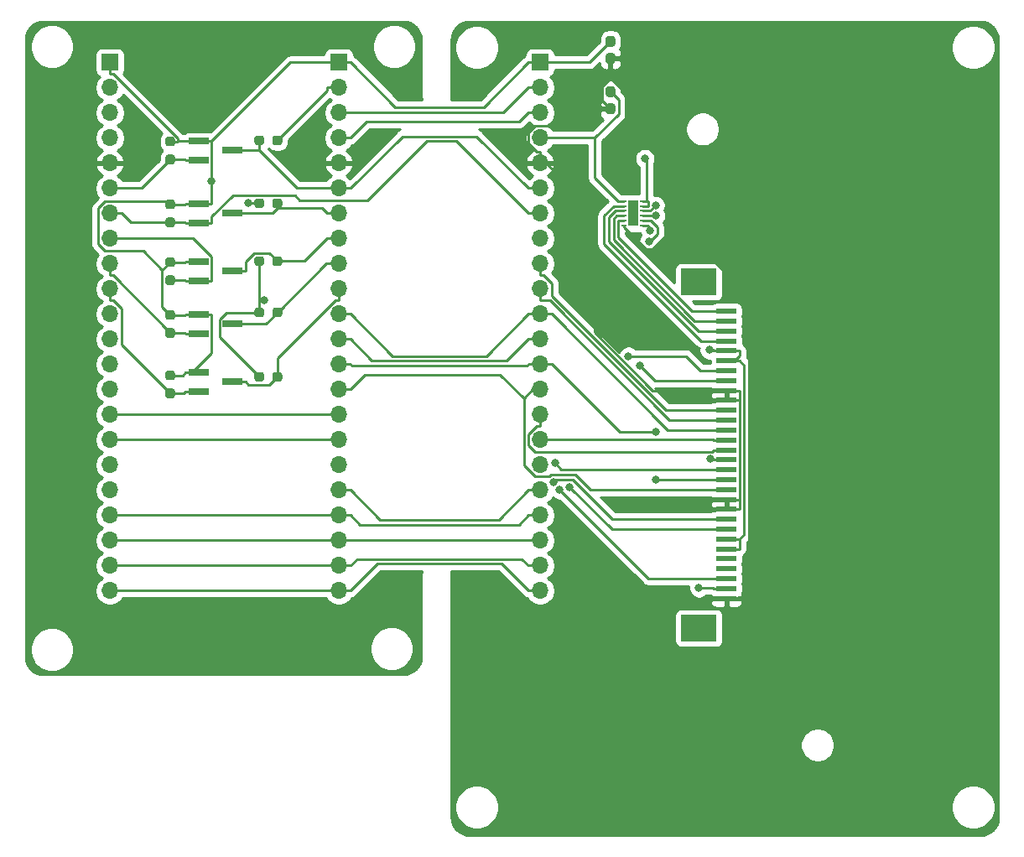
<source format=gtl>
G04 #@! TF.GenerationSoftware,KiCad,Pcbnew,5.1.10-88a1d61d58~88~ubuntu18.04.1*
G04 #@! TF.CreationDate,2021-10-23T19:38:23+09:00*
G04 #@! TF.ProjectId,CameraJigSTM32F446RE_Head,43616d65-7261-44a6-9967-53544d333246,rev?*
G04 #@! TF.SameCoordinates,Original*
G04 #@! TF.FileFunction,Copper,L1,Top*
G04 #@! TF.FilePolarity,Positive*
%FSLAX46Y46*%
G04 Gerber Fmt 4.6, Leading zero omitted, Abs format (unit mm)*
G04 Created by KiCad (PCBNEW 5.1.10-88a1d61d58~88~ubuntu18.04.1) date 2021-10-23 19:38:23*
%MOMM*%
%LPD*%
G01*
G04 APERTURE LIST*
G04 #@! TA.AperFunction,ComponentPad*
%ADD10R,1.700000X1.700000*%
G04 #@! TD*
G04 #@! TA.AperFunction,ComponentPad*
%ADD11O,1.700000X1.700000*%
G04 #@! TD*
G04 #@! TA.AperFunction,SMDPad,CuDef*
%ADD12R,2.000000X0.610000*%
G04 #@! TD*
G04 #@! TA.AperFunction,SMDPad,CuDef*
%ADD13R,3.600000X2.680000*%
G04 #@! TD*
G04 #@! TA.AperFunction,SMDPad,CuDef*
%ADD14R,2.000000X0.650000*%
G04 #@! TD*
G04 #@! TA.AperFunction,SMDPad,CuDef*
%ADD15R,1.000000X2.650000*%
G04 #@! TD*
G04 #@! TA.AperFunction,SMDPad,CuDef*
%ADD16R,0.500000X0.250000*%
G04 #@! TD*
G04 #@! TA.AperFunction,ViaPad*
%ADD17C,0.800000*%
G04 #@! TD*
G04 #@! TA.AperFunction,Conductor*
%ADD18C,0.250000*%
G04 #@! TD*
G04 #@! TA.AperFunction,Conductor*
%ADD19C,0.254000*%
G04 #@! TD*
G04 #@! TA.AperFunction,Conductor*
%ADD20C,0.100000*%
G04 #@! TD*
G04 APERTURE END LIST*
G04 #@! TO.P,C1,1*
G04 #@! TO.N,+5V*
G04 #@! TA.AperFunction,SMDPad,CuDef*
G36*
G01*
X123968500Y-69212000D02*
X124443500Y-69212000D01*
G75*
G02*
X124681000Y-69449500I0J-237500D01*
G01*
X124681000Y-70049500D01*
G75*
G02*
X124443500Y-70287000I-237500J0D01*
G01*
X123968500Y-70287000D01*
G75*
G02*
X123731000Y-70049500I0J237500D01*
G01*
X123731000Y-69449500D01*
G75*
G02*
X123968500Y-69212000I237500J0D01*
G01*
G37*
G04 #@! TD.AperFunction*
G04 #@! TO.P,C1,2*
G04 #@! TO.N,GND*
G04 #@! TA.AperFunction,SMDPad,CuDef*
G36*
G01*
X123968500Y-70937000D02*
X124443500Y-70937000D01*
G75*
G02*
X124681000Y-71174500I0J-237500D01*
G01*
X124681000Y-71774500D01*
G75*
G02*
X124443500Y-72012000I-237500J0D01*
G01*
X123968500Y-72012000D01*
G75*
G02*
X123731000Y-71774500I0J237500D01*
G01*
X123731000Y-71174500D01*
G75*
G02*
X123968500Y-70937000I237500J0D01*
G01*
G37*
G04 #@! TD.AperFunction*
G04 #@! TD*
G04 #@! TO.P,C4,1*
G04 #@! TO.N,+3V3*
G04 #@! TA.AperFunction,SMDPad,CuDef*
G36*
G01*
X123968500Y-64132000D02*
X124443500Y-64132000D01*
G75*
G02*
X124681000Y-64369500I0J-237500D01*
G01*
X124681000Y-64969500D01*
G75*
G02*
X124443500Y-65207000I-237500J0D01*
G01*
X123968500Y-65207000D01*
G75*
G02*
X123731000Y-64969500I0J237500D01*
G01*
X123731000Y-64369500D01*
G75*
G02*
X123968500Y-64132000I237500J0D01*
G01*
G37*
G04 #@! TD.AperFunction*
G04 #@! TO.P,C4,2*
G04 #@! TO.N,GND*
G04 #@! TA.AperFunction,SMDPad,CuDef*
G36*
G01*
X123968500Y-65857000D02*
X124443500Y-65857000D01*
G75*
G02*
X124681000Y-66094500I0J-237500D01*
G01*
X124681000Y-66694500D01*
G75*
G02*
X124443500Y-66932000I-237500J0D01*
G01*
X123968500Y-66932000D01*
G75*
G02*
X123731000Y-66694500I0J237500D01*
G01*
X123731000Y-66094500D01*
G75*
G02*
X123968500Y-65857000I237500J0D01*
G01*
G37*
G04 #@! TD.AperFunction*
G04 #@! TD*
D10*
G04 #@! TO.P,J1,1*
G04 #@! TO.N,+3V3*
X117094000Y-66802000D03*
D11*
G04 #@! TO.P,J1,2*
G04 #@! TO.N,VH*
X117094000Y-69342000D03*
G04 #@! TO.P,J1,3*
G04 #@! TO.N,VLOGIC*
X117094000Y-71882000D03*
G04 #@! TO.P,J1,4*
G04 #@! TO.N,+5V*
X117094000Y-74422000D03*
G04 #@! TO.P,J1,5*
G04 #@! TO.N,GND*
X117094000Y-76962000D03*
G04 #@! TO.P,J1,6*
G04 #@! TO.N,HPHE*
X117094000Y-79502000D03*
G04 #@! TO.P,J1,7*
G04 #@! TO.N,DI*
X117094000Y-82042000D03*
G04 #@! TO.P,J1,8*
G04 #@! TO.N,HCLK*
X117094000Y-84582000D03*
G04 #@! TO.P,J1,9*
G04 #@! TO.N,HSTB1*
X117094000Y-87122000D03*
G04 #@! TO.P,J1,10*
G04 #@! TO.N,HSTB2*
X117094000Y-89662000D03*
G04 #@! TO.P,J1,11*
G04 #@! TO.N,HSTB3*
X117094000Y-92202000D03*
G04 #@! TO.P,J1,12*
G04 #@! TO.N,HSTB4*
X117094000Y-94742000D03*
G04 #@! TO.P,J1,13*
G04 #@! TO.N,HSTB5*
X117094000Y-97282000D03*
G04 #@! TO.P,J1,14*
G04 #@! TO.N,HSTB6*
X117094000Y-99822000D03*
G04 #@! TO.P,J1,15*
G04 #@! TO.N,TM*
X117094000Y-102362000D03*
G04 #@! TO.P,J1,16*
G04 #@! TO.N,TM_*
X117094000Y-104902000D03*
G04 #@! TO.P,J1,17*
G04 #@! TO.N,HLAT*
X117094000Y-107442000D03*
G04 #@! TO.P,J1,18*
G04 #@! TO.N,HDO*
X117094000Y-109982000D03*
G04 #@! TO.P,J1,19*
G04 #@! TO.N,MTA_PHASE*
X117094000Y-112522000D03*
G04 #@! TO.P,J1,20*
G04 #@! TO.N,MTA_EN*
X117094000Y-115062000D03*
G04 #@! TO.P,J1,21*
G04 #@! TO.N,MTB_PHASE*
X117094000Y-117602000D03*
G04 #@! TO.P,J1,22*
G04 #@! TO.N,MTB_EN*
X117094000Y-120142000D03*
G04 #@! TD*
D12*
G04 #@! TO.P,J2,1*
G04 #@! TO.N,HMT_B*
X135912000Y-91926000D03*
G04 #@! TO.P,J2,2*
G04 #@! TO.N,HMTB*
X135912000Y-92926000D03*
G04 #@! TO.P,J2,3*
G04 #@! TO.N,HMT_A*
X135912000Y-93926000D03*
G04 #@! TO.P,J2,4*
G04 #@! TO.N,HMTA*
X135912000Y-94926000D03*
G04 #@! TO.P,J2,5*
G04 #@! TO.N,VH*
X135912000Y-95926000D03*
G04 #@! TO.P,J2,6*
X135912000Y-96926000D03*
G04 #@! TO.P,J2,7*
G04 #@! TO.N,HDO*
X135912000Y-97926000D03*
G04 #@! TO.P,J2,8*
G04 #@! TO.N,HLAT*
X135912000Y-98926000D03*
G04 #@! TO.P,J2,9*
G04 #@! TO.N,GND*
X135912000Y-99926000D03*
G04 #@! TO.P,J2,10*
X135912000Y-100926000D03*
G04 #@! TO.P,J2,11*
G04 #@! TO.N,HSTB1*
X135912000Y-101926000D03*
G04 #@! TO.P,J2,12*
G04 #@! TO.N,HSTB2*
X135912000Y-102926000D03*
G04 #@! TO.P,J2,13*
G04 #@! TO.N,HSTB3*
X135912000Y-103926000D03*
G04 #@! TO.P,J2,14*
G04 #@! TO.N,TM_*
X135912000Y-104926000D03*
G04 #@! TO.P,J2,15*
G04 #@! TO.N,TM*
X135912000Y-105926000D03*
G04 #@! TO.P,J2,16*
G04 #@! TO.N,VLOGIC*
X135912000Y-106926000D03*
G04 #@! TO.P,J2,17*
G04 #@! TO.N,HSTB4*
X135912000Y-107926000D03*
G04 #@! TO.P,J2,18*
G04 #@! TO.N,HSTB5*
X135912000Y-108926000D03*
G04 #@! TO.P,J2,19*
G04 #@! TO.N,HSTB6*
X135912000Y-109926000D03*
G04 #@! TO.P,J2,20*
G04 #@! TO.N,GND*
X135912000Y-110926000D03*
G04 #@! TO.P,J2,21*
X135912000Y-111926000D03*
G04 #@! TO.P,J2,22*
G04 #@! TO.N,HCLK*
X135912000Y-112926000D03*
G04 #@! TO.P,J2,23*
G04 #@! TO.N,HDI*
X135912000Y-113926000D03*
G04 #@! TO.P,J2,24*
G04 #@! TO.N,VH*
X135912000Y-114926000D03*
G04 #@! TO.P,J2,25*
X135912000Y-115926000D03*
G04 #@! TO.P,J2,26*
G04 #@! TO.N,Net-(J2-Pad26)*
X135912000Y-116926000D03*
G04 #@! TO.P,J2,27*
G04 #@! TO.N,Net-(J2-Pad27)*
X135912000Y-117926000D03*
G04 #@! TO.P,J2,28*
G04 #@! TO.N,HPHE*
X135912000Y-118926000D03*
G04 #@! TO.P,J2,29*
G04 #@! TO.N,+5V*
X135912000Y-119926000D03*
G04 #@! TO.P,J2,30*
G04 #@! TO.N,GND*
X135912000Y-120926000D03*
D13*
G04 #@! TO.P,J2,MP*
G04 #@! TO.N,N/C*
X133112000Y-88936000D03*
X133112000Y-123916000D03*
G04 #@! TD*
D10*
G04 #@! TO.P,J3,1*
G04 #@! TO.N,+3V3*
X73660000Y-66802000D03*
D11*
G04 #@! TO.P,J3,2*
G04 #@! TO.N,+5V*
X73660000Y-69342000D03*
G04 #@! TO.P,J3,3*
G04 #@! TO.N,VH*
X73660000Y-71882000D03*
G04 #@! TO.P,J3,4*
G04 #@! TO.N,VLOGIC*
X73660000Y-74422000D03*
G04 #@! TO.P,J3,5*
G04 #@! TO.N,GND*
X73660000Y-76962000D03*
G04 #@! TO.P,J3,6*
G04 #@! TO.N,PHE*
X73660000Y-79502000D03*
G04 #@! TO.P,J3,7*
G04 #@! TO.N,DI*
X73660000Y-82042000D03*
G04 #@! TO.P,J3,8*
G04 #@! TO.N,CLK*
X73660000Y-84582000D03*
G04 #@! TO.P,J3,9*
G04 #@! TO.N,STB1*
X73660000Y-87122000D03*
G04 #@! TO.P,J3,10*
G04 #@! TO.N,STB2*
X73660000Y-89662000D03*
G04 #@! TO.P,J3,11*
G04 #@! TO.N,STB3*
X73660000Y-92202000D03*
G04 #@! TO.P,J3,12*
G04 #@! TO.N,STB4*
X73660000Y-94742000D03*
G04 #@! TO.P,J3,13*
G04 #@! TO.N,STB5*
X73660000Y-97282000D03*
G04 #@! TO.P,J3,14*
G04 #@! TO.N,STB6*
X73660000Y-99822000D03*
G04 #@! TO.P,J3,15*
G04 #@! TO.N,TM*
X73660000Y-102362000D03*
G04 #@! TO.P,J3,16*
G04 #@! TO.N,TM_*
X73660000Y-104902000D03*
G04 #@! TO.P,J3,17*
G04 #@! TO.N,LAT*
X73660000Y-107442000D03*
G04 #@! TO.P,J3,18*
G04 #@! TO.N,DO*
X73660000Y-109982000D03*
G04 #@! TO.P,J3,19*
G04 #@! TO.N,MTA_PHASE*
X73660000Y-112522000D03*
G04 #@! TO.P,J3,20*
G04 #@! TO.N,MTA_EN*
X73660000Y-115062000D03*
G04 #@! TO.P,J3,21*
G04 #@! TO.N,MTB_PHASE*
X73660000Y-117602000D03*
G04 #@! TO.P,J3,22*
G04 #@! TO.N,MTB_EN*
X73660000Y-120142000D03*
G04 #@! TD*
G04 #@! TO.P,J4,22*
G04 #@! TO.N,MTB_EN*
X96774000Y-120142000D03*
G04 #@! TO.P,J4,21*
G04 #@! TO.N,MTB_PHASE*
X96774000Y-117602000D03*
G04 #@! TO.P,J4,20*
G04 #@! TO.N,MTA_EN*
X96774000Y-115062000D03*
G04 #@! TO.P,J4,19*
G04 #@! TO.N,MTA_PHASE*
X96774000Y-112522000D03*
G04 #@! TO.P,J4,18*
G04 #@! TO.N,HDO*
X96774000Y-109982000D03*
G04 #@! TO.P,J4,17*
G04 #@! TO.N,HLAT*
X96774000Y-107442000D03*
G04 #@! TO.P,J4,16*
G04 #@! TO.N,TM_*
X96774000Y-104902000D03*
G04 #@! TO.P,J4,15*
G04 #@! TO.N,TM*
X96774000Y-102362000D03*
G04 #@! TO.P,J4,14*
G04 #@! TO.N,HSTB6*
X96774000Y-99822000D03*
G04 #@! TO.P,J4,13*
G04 #@! TO.N,HSTB5*
X96774000Y-97282000D03*
G04 #@! TO.P,J4,12*
G04 #@! TO.N,HSTB4*
X96774000Y-94742000D03*
G04 #@! TO.P,J4,11*
G04 #@! TO.N,HSTB3*
X96774000Y-92202000D03*
G04 #@! TO.P,J4,10*
G04 #@! TO.N,HSTB2*
X96774000Y-89662000D03*
G04 #@! TO.P,J4,9*
G04 #@! TO.N,HSTB1*
X96774000Y-87122000D03*
G04 #@! TO.P,J4,8*
G04 #@! TO.N,HCLK*
X96774000Y-84582000D03*
G04 #@! TO.P,J4,7*
G04 #@! TO.N,HDI*
X96774000Y-82042000D03*
G04 #@! TO.P,J4,6*
G04 #@! TO.N,HPHE*
X96774000Y-79502000D03*
G04 #@! TO.P,J4,5*
G04 #@! TO.N,GND*
X96774000Y-76962000D03*
G04 #@! TO.P,J4,4*
G04 #@! TO.N,VLOGIC*
X96774000Y-74422000D03*
G04 #@! TO.P,J4,3*
G04 #@! TO.N,VH*
X96774000Y-71882000D03*
G04 #@! TO.P,J4,2*
G04 #@! TO.N,+5V*
X96774000Y-69342000D03*
D10*
G04 #@! TO.P,J4,1*
G04 #@! TO.N,+3V3*
X96774000Y-66802000D03*
G04 #@! TD*
D14*
G04 #@! TO.P,Q6,1*
G04 #@! TO.N,+3V3*
X82618000Y-98110000D03*
G04 #@! TO.P,Q6,2*
G04 #@! TO.N,STB2*
X82618000Y-100010000D03*
G04 #@! TO.P,Q6,3*
G04 #@! TO.N,HSTB2*
X86038000Y-99060000D03*
G04 #@! TD*
G04 #@! TO.P,Q7,1*
G04 #@! TO.N,+3V3*
X82618000Y-81092000D03*
G04 #@! TO.P,Q7,2*
G04 #@! TO.N,DI*
X82618000Y-82992000D03*
G04 #@! TO.P,Q7,3*
G04 #@! TO.N,HDI*
X86038000Y-82042000D03*
G04 #@! TD*
G04 #@! TO.P,Q8,3*
G04 #@! TO.N,HSTB1*
X86038000Y-93218000D03*
G04 #@! TO.P,Q8,2*
G04 #@! TO.N,STB1*
X82618000Y-94168000D03*
G04 #@! TO.P,Q8,1*
G04 #@! TO.N,+3V3*
X82618000Y-92268000D03*
G04 #@! TD*
G04 #@! TO.P,Q10,3*
G04 #@! TO.N,HCLK*
X86038000Y-87884000D03*
G04 #@! TO.P,Q10,2*
G04 #@! TO.N,CLK*
X82618000Y-88834000D03*
G04 #@! TO.P,Q10,1*
G04 #@! TO.N,+3V3*
X82618000Y-86934000D03*
G04 #@! TD*
G04 #@! TO.P,R7,1*
G04 #@! TO.N,+3V3*
G04 #@! TA.AperFunction,SMDPad,CuDef*
G36*
G01*
X79518500Y-97914000D02*
X79993500Y-97914000D01*
G75*
G02*
X80231000Y-98151500I0J-237500D01*
G01*
X80231000Y-98651500D01*
G75*
G02*
X79993500Y-98889000I-237500J0D01*
G01*
X79518500Y-98889000D01*
G75*
G02*
X79281000Y-98651500I0J237500D01*
G01*
X79281000Y-98151500D01*
G75*
G02*
X79518500Y-97914000I237500J0D01*
G01*
G37*
G04 #@! TD.AperFunction*
G04 #@! TO.P,R7,2*
G04 #@! TO.N,STB2*
G04 #@! TA.AperFunction,SMDPad,CuDef*
G36*
G01*
X79518500Y-99739000D02*
X79993500Y-99739000D01*
G75*
G02*
X80231000Y-99976500I0J-237500D01*
G01*
X80231000Y-100476500D01*
G75*
G02*
X79993500Y-100714000I-237500J0D01*
G01*
X79518500Y-100714000D01*
G75*
G02*
X79281000Y-100476500I0J237500D01*
G01*
X79281000Y-99976500D01*
G75*
G02*
X79518500Y-99739000I237500J0D01*
G01*
G37*
G04 #@! TD.AperFunction*
G04 #@! TD*
G04 #@! TO.P,R8,2*
G04 #@! TO.N,DI*
G04 #@! TA.AperFunction,SMDPad,CuDef*
G36*
G01*
X79518500Y-82467000D02*
X79993500Y-82467000D01*
G75*
G02*
X80231000Y-82704500I0J-237500D01*
G01*
X80231000Y-83204500D01*
G75*
G02*
X79993500Y-83442000I-237500J0D01*
G01*
X79518500Y-83442000D01*
G75*
G02*
X79281000Y-83204500I0J237500D01*
G01*
X79281000Y-82704500D01*
G75*
G02*
X79518500Y-82467000I237500J0D01*
G01*
G37*
G04 #@! TD.AperFunction*
G04 #@! TO.P,R8,1*
G04 #@! TO.N,+3V3*
G04 #@! TA.AperFunction,SMDPad,CuDef*
G36*
G01*
X79518500Y-80642000D02*
X79993500Y-80642000D01*
G75*
G02*
X80231000Y-80879500I0J-237500D01*
G01*
X80231000Y-81379500D01*
G75*
G02*
X79993500Y-81617000I-237500J0D01*
G01*
X79518500Y-81617000D01*
G75*
G02*
X79281000Y-81379500I0J237500D01*
G01*
X79281000Y-80879500D01*
G75*
G02*
X79518500Y-80642000I237500J0D01*
G01*
G37*
G04 #@! TD.AperFunction*
G04 #@! TD*
G04 #@! TO.P,R9,1*
G04 #@! TO.N,+3V3*
G04 #@! TA.AperFunction,SMDPad,CuDef*
G36*
G01*
X79518500Y-91818000D02*
X79993500Y-91818000D01*
G75*
G02*
X80231000Y-92055500I0J-237500D01*
G01*
X80231000Y-92555500D01*
G75*
G02*
X79993500Y-92793000I-237500J0D01*
G01*
X79518500Y-92793000D01*
G75*
G02*
X79281000Y-92555500I0J237500D01*
G01*
X79281000Y-92055500D01*
G75*
G02*
X79518500Y-91818000I237500J0D01*
G01*
G37*
G04 #@! TD.AperFunction*
G04 #@! TO.P,R9,2*
G04 #@! TO.N,STB1*
G04 #@! TA.AperFunction,SMDPad,CuDef*
G36*
G01*
X79518500Y-93643000D02*
X79993500Y-93643000D01*
G75*
G02*
X80231000Y-93880500I0J-237500D01*
G01*
X80231000Y-94380500D01*
G75*
G02*
X79993500Y-94618000I-237500J0D01*
G01*
X79518500Y-94618000D01*
G75*
G02*
X79281000Y-94380500I0J237500D01*
G01*
X79281000Y-93880500D01*
G75*
G02*
X79518500Y-93643000I237500J0D01*
G01*
G37*
G04 #@! TD.AperFunction*
G04 #@! TD*
G04 #@! TO.P,R14,2*
G04 #@! TO.N,HSTB2*
G04 #@! TA.AperFunction,SMDPad,CuDef*
G36*
G01*
X90087000Y-98789500D02*
X90087000Y-98314500D01*
G75*
G02*
X90324500Y-98077000I237500J0D01*
G01*
X90824500Y-98077000D01*
G75*
G02*
X91062000Y-98314500I0J-237500D01*
G01*
X91062000Y-98789500D01*
G75*
G02*
X90824500Y-99027000I-237500J0D01*
G01*
X90324500Y-99027000D01*
G75*
G02*
X90087000Y-98789500I0J237500D01*
G01*
G37*
G04 #@! TD.AperFunction*
G04 #@! TO.P,R14,1*
G04 #@! TO.N,VLOGIC*
G04 #@! TA.AperFunction,SMDPad,CuDef*
G36*
G01*
X88262000Y-98789500D02*
X88262000Y-98314500D01*
G75*
G02*
X88499500Y-98077000I237500J0D01*
G01*
X88999500Y-98077000D01*
G75*
G02*
X89237000Y-98314500I0J-237500D01*
G01*
X89237000Y-98789500D01*
G75*
G02*
X88999500Y-99027000I-237500J0D01*
G01*
X88499500Y-99027000D01*
G75*
G02*
X88262000Y-98789500I0J237500D01*
G01*
G37*
G04 #@! TD.AperFunction*
G04 #@! TD*
G04 #@! TO.P,R15,1*
G04 #@! TO.N,VLOGIC*
G04 #@! TA.AperFunction,SMDPad,CuDef*
G36*
G01*
X88262000Y-81263500D02*
X88262000Y-80788500D01*
G75*
G02*
X88499500Y-80551000I237500J0D01*
G01*
X88999500Y-80551000D01*
G75*
G02*
X89237000Y-80788500I0J-237500D01*
G01*
X89237000Y-81263500D01*
G75*
G02*
X88999500Y-81501000I-237500J0D01*
G01*
X88499500Y-81501000D01*
G75*
G02*
X88262000Y-81263500I0J237500D01*
G01*
G37*
G04 #@! TD.AperFunction*
G04 #@! TO.P,R15,2*
G04 #@! TO.N,HDI*
G04 #@! TA.AperFunction,SMDPad,CuDef*
G36*
G01*
X90087000Y-81263500D02*
X90087000Y-80788500D01*
G75*
G02*
X90324500Y-80551000I237500J0D01*
G01*
X90824500Y-80551000D01*
G75*
G02*
X91062000Y-80788500I0J-237500D01*
G01*
X91062000Y-81263500D01*
G75*
G02*
X90824500Y-81501000I-237500J0D01*
G01*
X90324500Y-81501000D01*
G75*
G02*
X90087000Y-81263500I0J237500D01*
G01*
G37*
G04 #@! TD.AperFunction*
G04 #@! TD*
G04 #@! TO.P,R16,1*
G04 #@! TO.N,VLOGIC*
G04 #@! TA.AperFunction,SMDPad,CuDef*
G36*
G01*
X88262000Y-92280500D02*
X88262000Y-91805500D01*
G75*
G02*
X88499500Y-91568000I237500J0D01*
G01*
X88999500Y-91568000D01*
G75*
G02*
X89237000Y-91805500I0J-237500D01*
G01*
X89237000Y-92280500D01*
G75*
G02*
X88999500Y-92518000I-237500J0D01*
G01*
X88499500Y-92518000D01*
G75*
G02*
X88262000Y-92280500I0J237500D01*
G01*
G37*
G04 #@! TD.AperFunction*
G04 #@! TO.P,R16,2*
G04 #@! TO.N,HSTB1*
G04 #@! TA.AperFunction,SMDPad,CuDef*
G36*
G01*
X90087000Y-92280500D02*
X90087000Y-91805500D01*
G75*
G02*
X90324500Y-91568000I237500J0D01*
G01*
X90824500Y-91568000D01*
G75*
G02*
X91062000Y-91805500I0J-237500D01*
G01*
X91062000Y-92280500D01*
G75*
G02*
X90824500Y-92518000I-237500J0D01*
G01*
X90324500Y-92518000D01*
G75*
G02*
X90087000Y-92280500I0J237500D01*
G01*
G37*
G04 #@! TD.AperFunction*
G04 #@! TD*
G04 #@! TO.P,R18,2*
G04 #@! TO.N,CLK*
G04 #@! TA.AperFunction,SMDPad,CuDef*
G36*
G01*
X79518500Y-88309000D02*
X79993500Y-88309000D01*
G75*
G02*
X80231000Y-88546500I0J-237500D01*
G01*
X80231000Y-89046500D01*
G75*
G02*
X79993500Y-89284000I-237500J0D01*
G01*
X79518500Y-89284000D01*
G75*
G02*
X79281000Y-89046500I0J237500D01*
G01*
X79281000Y-88546500D01*
G75*
G02*
X79518500Y-88309000I237500J0D01*
G01*
G37*
G04 #@! TD.AperFunction*
G04 #@! TO.P,R18,1*
G04 #@! TO.N,+3V3*
G04 #@! TA.AperFunction,SMDPad,CuDef*
G36*
G01*
X79518500Y-86484000D02*
X79993500Y-86484000D01*
G75*
G02*
X80231000Y-86721500I0J-237500D01*
G01*
X80231000Y-87221500D01*
G75*
G02*
X79993500Y-87459000I-237500J0D01*
G01*
X79518500Y-87459000D01*
G75*
G02*
X79281000Y-87221500I0J237500D01*
G01*
X79281000Y-86721500D01*
G75*
G02*
X79518500Y-86484000I237500J0D01*
G01*
G37*
G04 #@! TD.AperFunction*
G04 #@! TD*
G04 #@! TO.P,R21,2*
G04 #@! TO.N,HCLK*
G04 #@! TA.AperFunction,SMDPad,CuDef*
G36*
G01*
X90087000Y-87105500D02*
X90087000Y-86630500D01*
G75*
G02*
X90324500Y-86393000I237500J0D01*
G01*
X90824500Y-86393000D01*
G75*
G02*
X91062000Y-86630500I0J-237500D01*
G01*
X91062000Y-87105500D01*
G75*
G02*
X90824500Y-87343000I-237500J0D01*
G01*
X90324500Y-87343000D01*
G75*
G02*
X90087000Y-87105500I0J237500D01*
G01*
G37*
G04 #@! TD.AperFunction*
G04 #@! TO.P,R21,1*
G04 #@! TO.N,VLOGIC*
G04 #@! TA.AperFunction,SMDPad,CuDef*
G36*
G01*
X88262000Y-87105500D02*
X88262000Y-86630500D01*
G75*
G02*
X88499500Y-86393000I237500J0D01*
G01*
X88999500Y-86393000D01*
G75*
G02*
X89237000Y-86630500I0J-237500D01*
G01*
X89237000Y-87105500D01*
G75*
G02*
X88999500Y-87343000I-237500J0D01*
G01*
X88499500Y-87343000D01*
G75*
G02*
X88262000Y-87105500I0J237500D01*
G01*
G37*
G04 #@! TD.AperFunction*
G04 #@! TD*
D15*
G04 #@! TO.P,U1,13*
G04 #@! TO.N,N/C*
X126492000Y-82042000D03*
D16*
G04 #@! TO.P,U1,12*
G04 #@! TO.N,+3V3*
X127442000Y-80792000D03*
G04 #@! TO.P,U1,11*
X127442000Y-81292000D03*
G04 #@! TO.P,U1,10*
G04 #@! TO.N,MTA_PHASE*
X127442000Y-81792000D03*
G04 #@! TO.P,U1,9*
G04 #@! TO.N,MTA_EN*
X127442000Y-82292000D03*
G04 #@! TO.P,U1,8*
G04 #@! TO.N,MTB_PHASE*
X127442000Y-82792000D03*
G04 #@! TO.P,U1,7*
G04 #@! TO.N,MTB_EN*
X127442000Y-83292000D03*
G04 #@! TO.P,U1,6*
G04 #@! TO.N,GND*
X125542000Y-83292000D03*
G04 #@! TO.P,U1,5*
G04 #@! TO.N,HMT_B*
X125542000Y-82792000D03*
G04 #@! TO.P,U1,4*
G04 #@! TO.N,HMTB*
X125542000Y-82292000D03*
G04 #@! TO.P,U1,3*
G04 #@! TO.N,HMT_A*
X125542000Y-81792000D03*
G04 #@! TO.P,U1,2*
G04 #@! TO.N,HMTA*
X125542000Y-81292000D03*
G04 #@! TO.P,U1,1*
G04 #@! TO.N,+5V*
X125542000Y-80792000D03*
G04 #@! TD*
D14*
G04 #@! TO.P,Q1,1*
G04 #@! TO.N,+3V3*
X82618000Y-74742000D03*
G04 #@! TO.P,Q1,2*
G04 #@! TO.N,PHE*
X82618000Y-76642000D03*
G04 #@! TO.P,Q1,3*
G04 #@! TO.N,HPHE*
X86038000Y-75692000D03*
G04 #@! TD*
G04 #@! TO.P,R1,1*
G04 #@! TO.N,+3V3*
G04 #@! TA.AperFunction,SMDPad,CuDef*
G36*
G01*
X79518500Y-74292000D02*
X79993500Y-74292000D01*
G75*
G02*
X80231000Y-74529500I0J-237500D01*
G01*
X80231000Y-75029500D01*
G75*
G02*
X79993500Y-75267000I-237500J0D01*
G01*
X79518500Y-75267000D01*
G75*
G02*
X79281000Y-75029500I0J237500D01*
G01*
X79281000Y-74529500D01*
G75*
G02*
X79518500Y-74292000I237500J0D01*
G01*
G37*
G04 #@! TD.AperFunction*
G04 #@! TO.P,R1,2*
G04 #@! TO.N,PHE*
G04 #@! TA.AperFunction,SMDPad,CuDef*
G36*
G01*
X79518500Y-76117000D02*
X79993500Y-76117000D01*
G75*
G02*
X80231000Y-76354500I0J-237500D01*
G01*
X80231000Y-76854500D01*
G75*
G02*
X79993500Y-77092000I-237500J0D01*
G01*
X79518500Y-77092000D01*
G75*
G02*
X79281000Y-76854500I0J237500D01*
G01*
X79281000Y-76354500D01*
G75*
G02*
X79518500Y-76117000I237500J0D01*
G01*
G37*
G04 #@! TD.AperFunction*
G04 #@! TD*
G04 #@! TO.P,R2,2*
G04 #@! TO.N,HPHE*
G04 #@! TA.AperFunction,SMDPad,CuDef*
G36*
G01*
X89237000Y-74438500D02*
X89237000Y-74913500D01*
G75*
G02*
X88999500Y-75151000I-237500J0D01*
G01*
X88499500Y-75151000D01*
G75*
G02*
X88262000Y-74913500I0J237500D01*
G01*
X88262000Y-74438500D01*
G75*
G02*
X88499500Y-74201000I237500J0D01*
G01*
X88999500Y-74201000D01*
G75*
G02*
X89237000Y-74438500I0J-237500D01*
G01*
G37*
G04 #@! TD.AperFunction*
G04 #@! TO.P,R2,1*
G04 #@! TO.N,+5V*
G04 #@! TA.AperFunction,SMDPad,CuDef*
G36*
G01*
X91062000Y-74438500D02*
X91062000Y-74913500D01*
G75*
G02*
X90824500Y-75151000I-237500J0D01*
G01*
X90324500Y-75151000D01*
G75*
G02*
X90087000Y-74913500I0J237500D01*
G01*
X90087000Y-74438500D01*
G75*
G02*
X90324500Y-74201000I237500J0D01*
G01*
X90824500Y-74201000D01*
G75*
G02*
X91062000Y-74438500I0J-237500D01*
G01*
G37*
G04 #@! TD.AperFunction*
G04 #@! TD*
D17*
G04 #@! TO.N,+5V*
X133131400Y-119876400D03*
G04 #@! TO.N,GND*
X129939400Y-78840500D03*
G04 #@! TO.N,+3V3*
X127667600Y-76502000D03*
X83943300Y-78822500D03*
G04 #@! TO.N,VH*
X134161700Y-95836000D03*
G04 #@! TO.N,VLOGIC*
X89207100Y-90819700D03*
X134271300Y-106836000D03*
X87649600Y-81024100D03*
G04 #@! TO.N,HCLK*
X118491500Y-109157100D03*
G04 #@! TO.N,HSTB4*
X118582500Y-107255400D03*
G04 #@! TO.N,HSTB5*
X128815600Y-108926000D03*
X128815600Y-104139300D03*
G04 #@! TO.N,HLAT*
X127176300Y-97400000D03*
G04 #@! TO.N,HDO*
X126023100Y-96459100D03*
G04 #@! TO.N,MTA_PHASE*
X128745800Y-81224600D03*
G04 #@! TO.N,MTA_EN*
X128779300Y-82292000D03*
G04 #@! TO.N,MTB_PHASE*
X128070900Y-84890700D03*
G04 #@! TO.N,MTB_EN*
X128212900Y-83803600D03*
G04 #@! TO.N,HDI*
X120086600Y-109650800D03*
G04 #@! TO.N,HPHE*
X119086300Y-109977000D03*
G04 #@! TD*
D18*
G04 #@! TO.N,+5V*
X122638300Y-74422000D02*
X125013400Y-72046900D01*
X125013400Y-72046900D02*
X125013400Y-70556900D01*
X125013400Y-70556900D02*
X124206000Y-69749500D01*
X117094000Y-74422000D02*
X122638300Y-74422000D01*
X124966700Y-80792000D02*
X122638300Y-78463600D01*
X122638300Y-78463600D02*
X122638300Y-74422000D01*
X125542000Y-80792000D02*
X124966700Y-80792000D01*
X135912000Y-119926000D02*
X134586700Y-119926000D01*
X133131400Y-119876400D02*
X134537100Y-119876400D01*
X134537100Y-119876400D02*
X134586700Y-119926000D01*
X96774000Y-69342000D02*
X95598700Y-69342000D01*
X90574500Y-74676000D02*
X95598700Y-69651800D01*
X95598700Y-69651800D02*
X95598700Y-69342000D01*
G04 #@! TO.N,GND*
X117094000Y-76374300D02*
X122592600Y-81872900D01*
X122592600Y-81872900D02*
X122592600Y-94054300D01*
X122592600Y-94054300D02*
X128464300Y-99926000D01*
X128464300Y-99926000D02*
X135912000Y-99926000D01*
X125542000Y-83292000D02*
X125542000Y-83428600D01*
X125542000Y-83428600D02*
X127738500Y-85625100D01*
X127738500Y-85625100D02*
X128443500Y-85625100D01*
X128443500Y-85625100D02*
X129965200Y-84103400D01*
X124228500Y-68393300D02*
X129939400Y-74104200D01*
X129939400Y-74104200D02*
X129939400Y-78840500D01*
X129965200Y-84103400D02*
X129965200Y-78866300D01*
X129965200Y-78866300D02*
X129939400Y-78840500D01*
X129965200Y-84103400D02*
X131888500Y-84103400D01*
X131888500Y-84103400D02*
X138181400Y-90396300D01*
X138181400Y-90396300D02*
X138181400Y-119981900D01*
X138181400Y-119981900D02*
X137237300Y-120926000D01*
X124228500Y-68393300D02*
X123398600Y-69223200D01*
X123398600Y-69223200D02*
X123398600Y-70667100D01*
X124206000Y-66394500D02*
X124206000Y-68370800D01*
X124206000Y-68370800D02*
X124228500Y-68393300D01*
X135912000Y-120926000D02*
X137237300Y-120926000D01*
X117094000Y-76374300D02*
X117094000Y-75786700D01*
X117094000Y-76962000D02*
X117094000Y-76374300D01*
X123398600Y-70667100D02*
X124206000Y-71474500D01*
X123398600Y-70667100D02*
X120832700Y-73233000D01*
X120832700Y-73233000D02*
X116589500Y-73233000D01*
X116589500Y-73233000D02*
X115918700Y-73903800D01*
X115918700Y-73903800D02*
X115918700Y-74978800D01*
X115918700Y-74978800D02*
X116726600Y-75786700D01*
X116726600Y-75786700D02*
X117094000Y-75786700D01*
X135912000Y-99926000D02*
X137237300Y-99926000D01*
X135912000Y-111926000D02*
X137237300Y-111926000D01*
X135912000Y-110926000D02*
X137237300Y-110926000D01*
X135912000Y-100926000D02*
X137237300Y-100926000D01*
X137237300Y-100926000D02*
X137237300Y-110926000D01*
X137237300Y-100926000D02*
X137237300Y-99926000D01*
X137237300Y-111926000D02*
X137237300Y-110926000D01*
G04 #@! TO.N,+3V3*
X127817200Y-80792000D02*
X127817200Y-76651600D01*
X127817200Y-76651600D02*
X127667600Y-76502000D01*
X127817200Y-80792000D02*
X128017300Y-80792000D01*
X127617100Y-80792000D02*
X127817200Y-80792000D01*
X96774000Y-66802000D02*
X97949300Y-66802000D01*
X117094000Y-66802000D02*
X115918700Y-66802000D01*
X115918700Y-66802000D02*
X111391100Y-71329600D01*
X111391100Y-71329600D02*
X102476900Y-71329600D01*
X102476900Y-71329600D02*
X97949300Y-66802000D01*
X124206000Y-64669500D02*
X122073500Y-66802000D01*
X122073500Y-66802000D02*
X117094000Y-66802000D01*
X80505600Y-74742000D02*
X80505600Y-74496500D01*
X80505600Y-74496500D02*
X73986400Y-67977300D01*
X73986400Y-67977300D02*
X73660000Y-67977300D01*
X79756000Y-74779500D02*
X80468100Y-74779500D01*
X80468100Y-74779500D02*
X80505600Y-74742000D01*
X80505600Y-74742000D02*
X81292700Y-74742000D01*
X73660000Y-66802000D02*
X73660000Y-67977300D01*
X82618000Y-74742000D02*
X81292700Y-74742000D01*
X96774000Y-66802000D02*
X91883300Y-66802000D01*
X91883300Y-66802000D02*
X83943300Y-74742000D01*
X79756000Y-81129500D02*
X79487900Y-80861400D01*
X79487900Y-80861400D02*
X73153400Y-80861400D01*
X73153400Y-80861400D02*
X72478100Y-81536700D01*
X72478100Y-81536700D02*
X72478100Y-85139800D01*
X72478100Y-85139800D02*
X73190300Y-85852000D01*
X73190300Y-85852000D02*
X77011100Y-85852000D01*
X77011100Y-85852000D02*
X78943300Y-87784200D01*
X81292700Y-81092000D02*
X81255200Y-81129500D01*
X81255200Y-81129500D02*
X79756000Y-81129500D01*
X78943300Y-87784200D02*
X78943300Y-91492800D01*
X78943300Y-91492800D02*
X79756000Y-92305500D01*
X79756000Y-86971500D02*
X78943300Y-87784200D01*
X127442000Y-80792000D02*
X127566800Y-80792000D01*
X83943300Y-78822500D02*
X83943300Y-81092000D01*
X83943300Y-74742000D02*
X83943300Y-78822500D01*
X127617100Y-80792000D02*
X127566800Y-80792000D01*
X82618000Y-81092000D02*
X83943300Y-81092000D01*
X82618000Y-74742000D02*
X83943300Y-74742000D01*
X82618000Y-92268000D02*
X83943300Y-92268000D01*
X81955400Y-98110000D02*
X83943300Y-96122100D01*
X83943300Y-96122100D02*
X83943300Y-92268000D01*
X81955400Y-98110000D02*
X81292700Y-98110000D01*
X82618000Y-98110000D02*
X81955400Y-98110000D01*
X81292700Y-86934000D02*
X81255200Y-86971500D01*
X81255200Y-86971500D02*
X79756000Y-86971500D01*
X82618000Y-81092000D02*
X81292700Y-81092000D01*
X82618000Y-86934000D02*
X81292700Y-86934000D01*
X79756000Y-98401500D02*
X81001200Y-98401500D01*
X81001200Y-98401500D02*
X81292700Y-98110000D01*
X82618000Y-92268000D02*
X81292700Y-92268000D01*
X79756000Y-92305500D02*
X81255200Y-92305500D01*
X81255200Y-92305500D02*
X81292700Y-92268000D01*
X127442000Y-81292000D02*
X128017300Y-81292000D01*
X128017300Y-81292000D02*
X128017300Y-80792000D01*
G04 #@! TO.N,VH*
X135912000Y-95926000D02*
X134586700Y-95926000D01*
X134161700Y-95836000D02*
X134496700Y-95836000D01*
X134496700Y-95836000D02*
X134586700Y-95926000D01*
X137237300Y-96926000D02*
X137694600Y-97383300D01*
X137694600Y-97383300D02*
X137694600Y-114468700D01*
X137694600Y-114468700D02*
X137237300Y-114926000D01*
X135912000Y-95926000D02*
X137237300Y-95926000D01*
X136574700Y-96926000D02*
X136710100Y-96926000D01*
X136710100Y-96926000D02*
X137237300Y-96398800D01*
X137237300Y-96398800D02*
X137237300Y-95926000D01*
X136574700Y-96926000D02*
X137237300Y-96926000D01*
X135912000Y-96926000D02*
X136574700Y-96926000D01*
X137237300Y-114926000D02*
X137237300Y-115926000D01*
X137124700Y-114926000D02*
X137237300Y-114926000D01*
X96774000Y-71882000D02*
X113378700Y-71882000D01*
X113378700Y-71882000D02*
X115918700Y-69342000D01*
X117094000Y-69342000D02*
X115918700Y-69342000D01*
X135912000Y-114926000D02*
X137124700Y-114926000D01*
X135912000Y-115926000D02*
X137237300Y-115926000D01*
G04 #@! TO.N,VLOGIC*
X88749500Y-92043000D02*
X85419600Y-92043000D01*
X85419600Y-92043000D02*
X84712600Y-92750000D01*
X84712600Y-92750000D02*
X84712600Y-94515100D01*
X84712600Y-94515100D02*
X88749500Y-98552000D01*
X88749500Y-92043000D02*
X88749500Y-90819700D01*
X88749500Y-90819700D02*
X88749500Y-86868000D01*
X89207100Y-90819700D02*
X88749500Y-90819700D01*
X135912000Y-106926000D02*
X134586700Y-106926000D01*
X134271300Y-106836000D02*
X134496700Y-106836000D01*
X134496700Y-106836000D02*
X134586700Y-106926000D01*
X88749500Y-81026000D02*
X87651500Y-81026000D01*
X87651500Y-81026000D02*
X87649600Y-81024100D01*
X97949300Y-74422000D02*
X99588700Y-72782600D01*
X99588700Y-72782600D02*
X115018100Y-72782600D01*
X115018100Y-72782600D02*
X115918700Y-71882000D01*
X96774000Y-74422000D02*
X97949300Y-74422000D01*
X117094000Y-71882000D02*
X115918700Y-71882000D01*
G04 #@! TO.N,PHE*
X79756000Y-76604500D02*
X76858500Y-79502000D01*
X76858500Y-79502000D02*
X73660000Y-79502000D01*
X81292700Y-76642000D02*
X81255200Y-76604500D01*
X81255200Y-76604500D02*
X79756000Y-76604500D01*
X82618000Y-76642000D02*
X81292700Y-76642000D01*
G04 #@! TO.N,DI*
X73660000Y-82042000D02*
X74835300Y-82042000D01*
X79756000Y-82954500D02*
X75747800Y-82954500D01*
X75747800Y-82954500D02*
X74835300Y-82042000D01*
X81292700Y-82992000D02*
X81255200Y-82954500D01*
X81255200Y-82954500D02*
X79756000Y-82954500D01*
X117094000Y-82042000D02*
X115918700Y-82042000D01*
X82618000Y-82992000D02*
X81292700Y-82992000D01*
X115918700Y-82042000D02*
X108607100Y-74730400D01*
X108607100Y-74730400D02*
X105633900Y-74730400D01*
X105633900Y-74730400D02*
X99669100Y-80695200D01*
X99669100Y-80695200D02*
X92839400Y-80695200D01*
X92839400Y-80695200D02*
X92350400Y-80206200D01*
X92350400Y-80206200D02*
X86078800Y-80206200D01*
X86078800Y-80206200D02*
X83943300Y-82341700D01*
X83943300Y-82341700D02*
X83943300Y-82992000D01*
X82618000Y-82992000D02*
X83943300Y-82992000D01*
G04 #@! TO.N,HCLK*
X135912000Y-112926000D02*
X124387600Y-112926000D01*
X124387600Y-112926000D02*
X120387100Y-108925500D01*
X120387100Y-108925500D02*
X118723100Y-108925500D01*
X118723100Y-108925500D02*
X118491500Y-109157100D01*
X86038000Y-87884000D02*
X87363300Y-87884000D01*
X87363300Y-87884000D02*
X87363300Y-86890000D01*
X87363300Y-86890000D02*
X88193400Y-86059900D01*
X88193400Y-86059900D02*
X89766400Y-86059900D01*
X89766400Y-86059900D02*
X90574500Y-86868000D01*
X96774000Y-84582000D02*
X95598700Y-84582000D01*
X90574500Y-86868000D02*
X93312700Y-86868000D01*
X93312700Y-86868000D02*
X95598700Y-84582000D01*
G04 #@! TO.N,HSTB1*
X117094000Y-88297300D02*
X117461400Y-88297300D01*
X117461400Y-88297300D02*
X118269300Y-89105200D01*
X118269300Y-89105200D02*
X118269300Y-90367900D01*
X118269300Y-90367900D02*
X129827400Y-101926000D01*
X129827400Y-101926000D02*
X135912000Y-101926000D01*
X117094000Y-87122000D02*
X117094000Y-88297300D01*
X90574500Y-92043000D02*
X89399500Y-93218000D01*
X89399500Y-93218000D02*
X86038000Y-93218000D01*
X96774000Y-87122000D02*
X95495500Y-87122000D01*
X95495500Y-87122000D02*
X90574500Y-92043000D01*
G04 #@! TO.N,HSTB2*
X117094000Y-89662000D02*
X117094000Y-90837300D01*
X117094000Y-90837300D02*
X118088700Y-90837300D01*
X118088700Y-90837300D02*
X130177400Y-102926000D01*
X130177400Y-102926000D02*
X135912000Y-102926000D01*
X86038000Y-99060000D02*
X87363300Y-99060000D01*
X90574500Y-98552000D02*
X89756800Y-99369700D01*
X89756800Y-99369700D02*
X87673000Y-99369700D01*
X87673000Y-99369700D02*
X87363300Y-99060000D01*
X96774000Y-90837300D02*
X96406700Y-90837300D01*
X96406700Y-90837300D02*
X90574500Y-96669500D01*
X90574500Y-96669500D02*
X90574500Y-98552000D01*
X96774000Y-89662000D02*
X96774000Y-90837300D01*
G04 #@! TO.N,HSTB3*
X117094000Y-92202000D02*
X118269300Y-92202000D01*
X117094000Y-92202000D02*
X115918700Y-92202000D01*
X96774000Y-92202000D02*
X97949300Y-92202000D01*
X97949300Y-92202000D02*
X102205500Y-96458200D01*
X102205500Y-96458200D02*
X111662500Y-96458200D01*
X111662500Y-96458200D02*
X115918700Y-92202000D01*
X135912000Y-103926000D02*
X129993300Y-103926000D01*
X129993300Y-103926000D02*
X118269300Y-92202000D01*
G04 #@! TO.N,HSTB4*
X118582500Y-107255400D02*
X119253100Y-107926000D01*
X119253100Y-107926000D02*
X135912000Y-107926000D01*
X117094000Y-94742000D02*
X115918700Y-94742000D01*
X96774000Y-94742000D02*
X97949300Y-94742000D01*
X97949300Y-94742000D02*
X100115900Y-96908600D01*
X100115900Y-96908600D02*
X113752100Y-96908600D01*
X113752100Y-96908600D02*
X115918700Y-94742000D01*
G04 #@! TO.N,HSTB5*
X134586700Y-108926000D02*
X128815600Y-108926000D01*
X117094000Y-97282000D02*
X118269300Y-97282000D01*
X118269300Y-97282000D02*
X125126600Y-104139300D01*
X125126600Y-104139300D02*
X128815600Y-104139300D01*
X117094000Y-97282000D02*
X115918700Y-97282000D01*
X96774000Y-97282000D02*
X97949300Y-97282000D01*
X97949300Y-97282000D02*
X98059900Y-97392600D01*
X98059900Y-97392600D02*
X115808100Y-97392600D01*
X115808100Y-97392600D02*
X115918700Y-97282000D01*
X135912000Y-108926000D02*
X134586700Y-108926000D01*
G04 #@! TO.N,HSTB6*
X134586700Y-109926000D02*
X122165300Y-109926000D01*
X122165300Y-109926000D02*
X120671100Y-108431800D01*
X120671100Y-108431800D02*
X118191100Y-108431800D01*
X118191100Y-108431800D02*
X117996300Y-108626600D01*
X117996300Y-108626600D02*
X116611700Y-108626600D01*
X116611700Y-108626600D02*
X115456300Y-107471200D01*
X115456300Y-107471200D02*
X115456300Y-100718100D01*
X96774000Y-99822000D02*
X97949300Y-99822000D01*
X116506400Y-99822000D02*
X116352400Y-99822000D01*
X116352400Y-99822000D02*
X115456300Y-100718100D01*
X97949300Y-99822000D02*
X99441800Y-98329500D01*
X99441800Y-98329500D02*
X113067700Y-98329500D01*
X113067700Y-98329500D02*
X115456300Y-100718100D01*
X135912000Y-109926000D02*
X134586700Y-109926000D01*
X117094000Y-99822000D02*
X116506400Y-99822000D01*
G04 #@! TO.N,TM*
X134586700Y-105926000D02*
X134415000Y-106097700D01*
X134415000Y-106097700D02*
X116574200Y-106097700D01*
X116574200Y-106097700D02*
X115909300Y-105432800D01*
X115909300Y-105432800D02*
X115909300Y-104354700D01*
X115909300Y-104354700D02*
X116726700Y-103537300D01*
X116726700Y-103537300D02*
X117094000Y-103537300D01*
X135912000Y-105926000D02*
X134586700Y-105926000D01*
X117094000Y-102362000D02*
X117094000Y-103537300D01*
X73660000Y-102362000D02*
X96774000Y-102362000D01*
G04 #@! TO.N,TM_*
X117094000Y-104902000D02*
X118269300Y-104902000D01*
X134586700Y-104926000D02*
X134562700Y-104902000D01*
X134562700Y-104902000D02*
X118269300Y-104902000D01*
X135912000Y-104926000D02*
X134586700Y-104926000D01*
X96774000Y-104902000D02*
X73660000Y-104902000D01*
G04 #@! TO.N,HLAT*
X134586700Y-98926000D02*
X128702300Y-98926000D01*
X128702300Y-98926000D02*
X127176300Y-97400000D01*
X135912000Y-98926000D02*
X134586700Y-98926000D01*
G04 #@! TO.N,HDO*
X126023100Y-96459100D02*
X131818100Y-96459100D01*
X131818100Y-96459100D02*
X133285000Y-97926000D01*
X133285000Y-97926000D02*
X135912000Y-97926000D01*
X117094000Y-109982000D02*
X115918700Y-109982000D01*
X115918700Y-109982000D02*
X112943600Y-112957100D01*
X112943600Y-112957100D02*
X100924400Y-112957100D01*
X100924400Y-112957100D02*
X97949300Y-109982000D01*
X96774000Y-109982000D02*
X97949300Y-109982000D01*
G04 #@! TO.N,MTA_PHASE*
X127442000Y-81792000D02*
X128178400Y-81792000D01*
X128178400Y-81792000D02*
X128745800Y-81224600D01*
X117094000Y-112522000D02*
X115918700Y-112522000D01*
X96774000Y-112522000D02*
X97949300Y-112522000D01*
X97949300Y-112522000D02*
X98887400Y-113460100D01*
X98887400Y-113460100D02*
X114980600Y-113460100D01*
X114980600Y-113460100D02*
X115918700Y-112522000D01*
X73660000Y-112522000D02*
X96774000Y-112522000D01*
G04 #@! TO.N,MTA_EN*
X127442000Y-82292000D02*
X128779300Y-82292000D01*
X117094000Y-115062000D02*
X96774000Y-115062000D01*
X73660000Y-115062000D02*
X96774000Y-115062000D01*
G04 #@! TO.N,MTB_PHASE*
X127442000Y-82792000D02*
X128253600Y-82792000D01*
X128253600Y-82792000D02*
X128939700Y-83478100D01*
X128939700Y-83478100D02*
X128939700Y-84136800D01*
X128939700Y-84136800D02*
X128185800Y-84890700D01*
X128185800Y-84890700D02*
X128070900Y-84890700D01*
X73660000Y-117602000D02*
X96774000Y-117602000D01*
X115918700Y-117602000D02*
X115257800Y-116941100D01*
X115257800Y-116941100D02*
X98610200Y-116941100D01*
X98610200Y-116941100D02*
X97949300Y-117602000D01*
X117094000Y-117602000D02*
X115918700Y-117602000D01*
X96774000Y-117602000D02*
X97949300Y-117602000D01*
G04 #@! TO.N,MTB_EN*
X127442000Y-83292000D02*
X128017300Y-83292000D01*
X128017300Y-83292000D02*
X128017300Y-83608000D01*
X128017300Y-83608000D02*
X128212900Y-83803600D01*
X117094000Y-120142000D02*
X115918700Y-120142000D01*
X96774000Y-120142000D02*
X97949300Y-120142000D01*
X97949300Y-120142000D02*
X100699900Y-117391400D01*
X100699900Y-117391400D02*
X113168100Y-117391400D01*
X113168100Y-117391400D02*
X115918700Y-120142000D01*
X73660000Y-120142000D02*
X96774000Y-120142000D01*
G04 #@! TO.N,HMT_B*
X124966700Y-82792000D02*
X124966700Y-84432200D01*
X124966700Y-84432200D02*
X132460500Y-91926000D01*
X132460500Y-91926000D02*
X134586700Y-91926000D01*
X135912000Y-91926000D02*
X134586700Y-91926000D01*
X125542000Y-82792000D02*
X124966700Y-82792000D01*
G04 #@! TO.N,HMTB*
X124966700Y-82292000D02*
X124829800Y-82292000D01*
X124829800Y-82292000D02*
X124516400Y-82605400D01*
X124516400Y-82605400D02*
X124516400Y-84728100D01*
X124516400Y-84728100D02*
X132714300Y-92926000D01*
X132714300Y-92926000D02*
X135912000Y-92926000D01*
X125542000Y-82292000D02*
X124966700Y-82292000D01*
G04 #@! TO.N,HMT_A*
X124966700Y-81792000D02*
X124692900Y-81792000D01*
X124692900Y-81792000D02*
X124026200Y-82458700D01*
X124026200Y-82458700D02*
X124026200Y-84889100D01*
X124026200Y-84889100D02*
X133063100Y-93926000D01*
X133063100Y-93926000D02*
X135912000Y-93926000D01*
X125542000Y-81792000D02*
X124966700Y-81792000D01*
G04 #@! TO.N,HMTA*
X125542000Y-81292000D02*
X124535500Y-81292000D01*
X124535500Y-81292000D02*
X123567300Y-82260200D01*
X123567300Y-82260200D02*
X123567300Y-85133800D01*
X123567300Y-85133800D02*
X133359500Y-94926000D01*
X133359500Y-94926000D02*
X134699300Y-94926000D01*
X135912000Y-94926000D02*
X134699300Y-94926000D01*
G04 #@! TO.N,HDI*
X135912000Y-113926000D02*
X124361800Y-113926000D01*
X124361800Y-113926000D02*
X120086600Y-109650800D01*
X90574500Y-81534000D02*
X95090700Y-81534000D01*
X95090700Y-81534000D02*
X95598700Y-82042000D01*
X86038000Y-82042000D02*
X90066500Y-82042000D01*
X90066500Y-82042000D02*
X90574500Y-81534000D01*
X90574500Y-81026000D02*
X90574500Y-81534000D01*
X96774000Y-82042000D02*
X95598700Y-82042000D01*
G04 #@! TO.N,HPHE*
X135912000Y-118926000D02*
X128035300Y-118926000D01*
X128035300Y-118926000D02*
X119086300Y-109977000D01*
X97949300Y-79502000D02*
X103171200Y-74280100D01*
X103171200Y-74280100D02*
X110696800Y-74280100D01*
X110696800Y-74280100D02*
X115918700Y-79502000D01*
X88749500Y-75692000D02*
X92559500Y-79502000D01*
X92559500Y-79502000D02*
X95598700Y-79502000D01*
X88749500Y-74676000D02*
X88749500Y-75692000D01*
X88749500Y-75692000D02*
X86700700Y-75692000D01*
X96774000Y-79502000D02*
X95598700Y-79502000D01*
X117094000Y-79502000D02*
X115918700Y-79502000D01*
X96774000Y-79502000D02*
X97949300Y-79502000D01*
X86038000Y-75692000D02*
X86700700Y-75692000D01*
G04 #@! TO.N,CLK*
X82618000Y-88834000D02*
X81292700Y-88834000D01*
X79756000Y-88796500D02*
X81255200Y-88796500D01*
X81255200Y-88796500D02*
X81292700Y-88834000D01*
X82618000Y-88834000D02*
X83943300Y-88834000D01*
X83943300Y-88834000D02*
X83943300Y-86444400D01*
X83943300Y-86444400D02*
X82080900Y-84582000D01*
X82080900Y-84582000D02*
X73660000Y-84582000D01*
G04 #@! TO.N,STB1*
X79756000Y-94130500D02*
X81255200Y-94130500D01*
X81255200Y-94130500D02*
X81292700Y-94168000D01*
X82618000Y-94168000D02*
X81292700Y-94168000D01*
X79756000Y-94130500D02*
X79756000Y-94073400D01*
X79756000Y-94073400D02*
X73979900Y-88297300D01*
X73979900Y-88297300D02*
X73660000Y-88297300D01*
X73660000Y-87122000D02*
X73660000Y-88297300D01*
G04 #@! TO.N,STB2*
X73660000Y-89662000D02*
X73660000Y-90837300D01*
X79756000Y-100226500D02*
X74835300Y-95305800D01*
X74835300Y-95305800D02*
X74835300Y-91645200D01*
X74835300Y-91645200D02*
X74027400Y-90837300D01*
X74027400Y-90837300D02*
X73660000Y-90837300D01*
X81292700Y-100010000D02*
X81076200Y-100226500D01*
X81076200Y-100226500D02*
X79756000Y-100226500D01*
X82618000Y-100010000D02*
X81292700Y-100010000D01*
G04 #@! TD*
D19*
G04 #@! TO.N,GND*
X161856775Y-62698147D02*
X162199967Y-62801763D01*
X162516489Y-62970062D01*
X162794299Y-63196637D01*
X163022806Y-63472856D01*
X163193310Y-63788197D01*
X163299319Y-64130656D01*
X163340000Y-64517712D01*
X163340001Y-142967711D01*
X163301853Y-143356776D01*
X163198238Y-143699964D01*
X163029939Y-144016489D01*
X162803365Y-144294296D01*
X162527146Y-144522805D01*
X162211803Y-144693310D01*
X161869344Y-144799319D01*
X161482288Y-144840000D01*
X110032279Y-144840000D01*
X109643224Y-144801853D01*
X109300036Y-144698238D01*
X108983511Y-144529939D01*
X108705704Y-144303365D01*
X108477195Y-144027146D01*
X108306690Y-143711803D01*
X108200681Y-143369344D01*
X108160000Y-142982288D01*
X108160000Y-141779872D01*
X108465000Y-141779872D01*
X108465000Y-142220128D01*
X108550890Y-142651925D01*
X108719369Y-143058669D01*
X108963962Y-143424729D01*
X109275271Y-143736038D01*
X109641331Y-143980631D01*
X110048075Y-144149110D01*
X110479872Y-144235000D01*
X110920128Y-144235000D01*
X111351925Y-144149110D01*
X111758669Y-143980631D01*
X112124729Y-143736038D01*
X112436038Y-143424729D01*
X112680631Y-143058669D01*
X112849110Y-142651925D01*
X112935000Y-142220128D01*
X112935000Y-141779872D01*
X158565000Y-141779872D01*
X158565000Y-142220128D01*
X158650890Y-142651925D01*
X158819369Y-143058669D01*
X159063962Y-143424729D01*
X159375271Y-143736038D01*
X159741331Y-143980631D01*
X160148075Y-144149110D01*
X160579872Y-144235000D01*
X161020128Y-144235000D01*
X161451925Y-144149110D01*
X161858669Y-143980631D01*
X162224729Y-143736038D01*
X162536038Y-143424729D01*
X162780631Y-143058669D01*
X162949110Y-142651925D01*
X163035000Y-142220128D01*
X163035000Y-141779872D01*
X162949110Y-141348075D01*
X162780631Y-140941331D01*
X162536038Y-140575271D01*
X162224729Y-140263962D01*
X161858669Y-140019369D01*
X161451925Y-139850890D01*
X161020128Y-139765000D01*
X160579872Y-139765000D01*
X160148075Y-139850890D01*
X159741331Y-140019369D01*
X159375271Y-140263962D01*
X159063962Y-140575271D01*
X158819369Y-140941331D01*
X158650890Y-141348075D01*
X158565000Y-141779872D01*
X112935000Y-141779872D01*
X112849110Y-141348075D01*
X112680631Y-140941331D01*
X112436038Y-140575271D01*
X112124729Y-140263962D01*
X111758669Y-140019369D01*
X111351925Y-139850890D01*
X110920128Y-139765000D01*
X110479872Y-139765000D01*
X110048075Y-139850890D01*
X109641331Y-140019369D01*
X109275271Y-140263962D01*
X108963962Y-140575271D01*
X108719369Y-140941331D01*
X108550890Y-141348075D01*
X108465000Y-141779872D01*
X108160000Y-141779872D01*
X108160000Y-135555117D01*
X143365000Y-135555117D01*
X143365000Y-135896883D01*
X143431675Y-136232081D01*
X143562463Y-136547831D01*
X143752337Y-136831998D01*
X143994002Y-137073663D01*
X144278169Y-137263537D01*
X144593919Y-137394325D01*
X144929117Y-137461000D01*
X145270883Y-137461000D01*
X145606081Y-137394325D01*
X145921831Y-137263537D01*
X146205998Y-137073663D01*
X146447663Y-136831998D01*
X146637537Y-136547831D01*
X146768325Y-136232081D01*
X146835000Y-135896883D01*
X146835000Y-135555117D01*
X146768325Y-135219919D01*
X146637537Y-134904169D01*
X146447663Y-134620002D01*
X146205998Y-134378337D01*
X145921831Y-134188463D01*
X145606081Y-134057675D01*
X145270883Y-133991000D01*
X144929117Y-133991000D01*
X144593919Y-134057675D01*
X144278169Y-134188463D01*
X143994002Y-134378337D01*
X143752337Y-134620002D01*
X143562463Y-134904169D01*
X143431675Y-135219919D01*
X143365000Y-135555117D01*
X108160000Y-135555117D01*
X108160000Y-122576000D01*
X130673928Y-122576000D01*
X130673928Y-125256000D01*
X130686188Y-125380482D01*
X130722498Y-125500180D01*
X130781463Y-125610494D01*
X130860815Y-125707185D01*
X130957506Y-125786537D01*
X131067820Y-125845502D01*
X131187518Y-125881812D01*
X131312000Y-125894072D01*
X134912000Y-125894072D01*
X135036482Y-125881812D01*
X135156180Y-125845502D01*
X135266494Y-125786537D01*
X135363185Y-125707185D01*
X135442537Y-125610494D01*
X135501502Y-125500180D01*
X135537812Y-125380482D01*
X135550072Y-125256000D01*
X135550072Y-122576000D01*
X135537812Y-122451518D01*
X135501502Y-122331820D01*
X135442537Y-122221506D01*
X135363185Y-122124815D01*
X135266494Y-122045463D01*
X135156180Y-121986498D01*
X135036482Y-121950188D01*
X134912000Y-121937928D01*
X131312000Y-121937928D01*
X131187518Y-121950188D01*
X131067820Y-121986498D01*
X130957506Y-122045463D01*
X130860815Y-122124815D01*
X130781463Y-122221506D01*
X130722498Y-122331820D01*
X130686188Y-122451518D01*
X130673928Y-122576000D01*
X108160000Y-122576000D01*
X108160000Y-118585581D01*
X108156765Y-118552735D01*
X108156765Y-118541376D01*
X108155802Y-118532212D01*
X108136766Y-118362506D01*
X108124332Y-118304009D01*
X108112710Y-118245315D01*
X108109984Y-118236512D01*
X108082985Y-118151400D01*
X112853299Y-118151400D01*
X115354901Y-120653003D01*
X115378699Y-120682001D01*
X115494424Y-120776974D01*
X115626453Y-120847546D01*
X115769714Y-120891003D01*
X115811204Y-120895089D01*
X115940525Y-121088632D01*
X116147368Y-121295475D01*
X116390589Y-121457990D01*
X116660842Y-121569932D01*
X116947740Y-121627000D01*
X117240260Y-121627000D01*
X117527158Y-121569932D01*
X117797411Y-121457990D01*
X118040632Y-121295475D01*
X118105107Y-121231000D01*
X134273928Y-121231000D01*
X134286188Y-121355482D01*
X134322498Y-121475180D01*
X134381463Y-121585494D01*
X134460815Y-121682185D01*
X134557506Y-121761537D01*
X134667820Y-121820502D01*
X134787518Y-121856812D01*
X134912000Y-121869072D01*
X135626250Y-121866000D01*
X135785000Y-121707250D01*
X135785000Y-121053000D01*
X136039000Y-121053000D01*
X136039000Y-121707250D01*
X136197750Y-121866000D01*
X136912000Y-121869072D01*
X137036482Y-121856812D01*
X137156180Y-121820502D01*
X137266494Y-121761537D01*
X137363185Y-121682185D01*
X137442537Y-121585494D01*
X137501502Y-121475180D01*
X137537812Y-121355482D01*
X137550072Y-121231000D01*
X137547000Y-121211750D01*
X137388250Y-121053000D01*
X136039000Y-121053000D01*
X135785000Y-121053000D01*
X134435750Y-121053000D01*
X134277000Y-121211750D01*
X134273928Y-121231000D01*
X118105107Y-121231000D01*
X118247475Y-121088632D01*
X118409990Y-120845411D01*
X118521932Y-120575158D01*
X118579000Y-120288260D01*
X118579000Y-119995740D01*
X118521932Y-119708842D01*
X118409990Y-119438589D01*
X118247475Y-119195368D01*
X118040632Y-118988525D01*
X117866240Y-118872000D01*
X118040632Y-118755475D01*
X118247475Y-118548632D01*
X118409990Y-118305411D01*
X118521932Y-118035158D01*
X118579000Y-117748260D01*
X118579000Y-117455740D01*
X118521932Y-117168842D01*
X118409990Y-116898589D01*
X118247475Y-116655368D01*
X118040632Y-116448525D01*
X117866240Y-116332000D01*
X118040632Y-116215475D01*
X118247475Y-116008632D01*
X118409990Y-115765411D01*
X118521932Y-115495158D01*
X118579000Y-115208260D01*
X118579000Y-114915740D01*
X118521932Y-114628842D01*
X118409990Y-114358589D01*
X118247475Y-114115368D01*
X118040632Y-113908525D01*
X117866240Y-113792000D01*
X118040632Y-113675475D01*
X118247475Y-113468632D01*
X118409990Y-113225411D01*
X118521932Y-112955158D01*
X118579000Y-112668260D01*
X118579000Y-112375740D01*
X118521932Y-112088842D01*
X118409990Y-111818589D01*
X118247475Y-111575368D01*
X118040632Y-111368525D01*
X117866240Y-111252000D01*
X118040632Y-111135475D01*
X118247475Y-110928632D01*
X118378351Y-110732762D01*
X118426526Y-110780937D01*
X118596044Y-110894205D01*
X118784402Y-110972226D01*
X118984361Y-111012000D01*
X119046499Y-111012000D01*
X127471501Y-119437003D01*
X127495299Y-119466001D01*
X127611024Y-119560974D01*
X127743053Y-119631546D01*
X127886314Y-119675003D01*
X127997967Y-119686000D01*
X127997976Y-119686000D01*
X128035299Y-119689676D01*
X128072622Y-119686000D01*
X132113996Y-119686000D01*
X132096400Y-119774461D01*
X132096400Y-119978339D01*
X132136174Y-120178298D01*
X132214195Y-120366656D01*
X132327463Y-120536174D01*
X132471626Y-120680337D01*
X132641144Y-120793605D01*
X132829502Y-120871626D01*
X133029461Y-120911400D01*
X133233339Y-120911400D01*
X133433298Y-120871626D01*
X133621656Y-120793605D01*
X133791174Y-120680337D01*
X133835111Y-120636400D01*
X134276386Y-120636400D01*
X134277000Y-120640250D01*
X134435750Y-120799000D01*
X134627593Y-120799000D01*
X134667820Y-120820502D01*
X134787518Y-120856812D01*
X134912000Y-120869072D01*
X136912000Y-120869072D01*
X137036482Y-120856812D01*
X137156180Y-120820502D01*
X137196407Y-120799000D01*
X137388250Y-120799000D01*
X137547000Y-120640250D01*
X137550072Y-120621000D01*
X137537812Y-120496518D01*
X137516421Y-120426000D01*
X137537812Y-120355482D01*
X137550072Y-120231000D01*
X137550072Y-119621000D01*
X137537812Y-119496518D01*
X137516421Y-119426000D01*
X137537812Y-119355482D01*
X137550072Y-119231000D01*
X137550072Y-118621000D01*
X137537812Y-118496518D01*
X137516421Y-118426000D01*
X137537812Y-118355482D01*
X137550072Y-118231000D01*
X137550072Y-117621000D01*
X137537812Y-117496518D01*
X137516421Y-117426000D01*
X137537812Y-117355482D01*
X137550072Y-117231000D01*
X137550072Y-116621000D01*
X137550032Y-116620596D01*
X137661576Y-116560974D01*
X137777301Y-116466001D01*
X137872274Y-116350276D01*
X137942846Y-116218247D01*
X137986303Y-116074986D01*
X137997300Y-115963333D01*
X138000977Y-115926000D01*
X137997300Y-115888667D01*
X137997300Y-115240801D01*
X138205597Y-115032504D01*
X138234601Y-115008701D01*
X138329574Y-114892976D01*
X138400146Y-114760947D01*
X138443603Y-114617686D01*
X138454600Y-114506033D01*
X138454600Y-114506023D01*
X138458276Y-114468700D01*
X138454600Y-114431377D01*
X138454600Y-97420623D01*
X138458276Y-97383300D01*
X138454600Y-97345977D01*
X138454600Y-97345967D01*
X138443603Y-97234314D01*
X138400146Y-97091053D01*
X138329574Y-96959024D01*
X138234601Y-96843299D01*
X138205598Y-96819497D01*
X137974104Y-96588003D01*
X137986303Y-96547786D01*
X137997300Y-96436133D01*
X137997300Y-96436124D01*
X138000976Y-96398801D01*
X137997300Y-96361478D01*
X137997300Y-95963333D01*
X138000977Y-95926000D01*
X137986303Y-95777014D01*
X137942846Y-95633753D01*
X137872274Y-95501724D01*
X137777301Y-95385999D01*
X137661576Y-95291026D01*
X137550032Y-95231404D01*
X137550072Y-95231000D01*
X137550072Y-94621000D01*
X137537812Y-94496518D01*
X137516421Y-94426000D01*
X137537812Y-94355482D01*
X137550072Y-94231000D01*
X137550072Y-93621000D01*
X137537812Y-93496518D01*
X137516421Y-93426000D01*
X137537812Y-93355482D01*
X137550072Y-93231000D01*
X137550072Y-92621000D01*
X137537812Y-92496518D01*
X137516421Y-92426000D01*
X137537812Y-92355482D01*
X137550072Y-92231000D01*
X137550072Y-91621000D01*
X137537812Y-91496518D01*
X137501502Y-91376820D01*
X137442537Y-91266506D01*
X137363185Y-91169815D01*
X137266494Y-91090463D01*
X137156180Y-91031498D01*
X137036482Y-90995188D01*
X136912000Y-90982928D01*
X134912000Y-90982928D01*
X134787518Y-90995188D01*
X134667820Y-91031498D01*
X134557506Y-91090463D01*
X134465464Y-91166000D01*
X132775302Y-91166000D01*
X132523374Y-90914072D01*
X134912000Y-90914072D01*
X135036482Y-90901812D01*
X135156180Y-90865502D01*
X135266494Y-90806537D01*
X135363185Y-90727185D01*
X135442537Y-90630494D01*
X135501502Y-90520180D01*
X135537812Y-90400482D01*
X135550072Y-90276000D01*
X135550072Y-87596000D01*
X135537812Y-87471518D01*
X135501502Y-87351820D01*
X135442537Y-87241506D01*
X135363185Y-87144815D01*
X135266494Y-87065463D01*
X135156180Y-87006498D01*
X135036482Y-86970188D01*
X134912000Y-86957928D01*
X131312000Y-86957928D01*
X131187518Y-86970188D01*
X131067820Y-87006498D01*
X130957506Y-87065463D01*
X130860815Y-87144815D01*
X130781463Y-87241506D01*
X130722498Y-87351820D01*
X130686188Y-87471518D01*
X130673928Y-87596000D01*
X130673928Y-89064626D01*
X125726700Y-84117399D01*
X125726700Y-83954950D01*
X125823750Y-84052000D01*
X125897826Y-84046235D01*
X126018550Y-84013499D01*
X126035510Y-84005072D01*
X126945145Y-84005072D01*
X126947820Y-84006502D01*
X127067518Y-84042812D01*
X127192000Y-84055072D01*
X127207644Y-84055072D01*
X127217674Y-84105498D01*
X127268848Y-84229041D01*
X127266963Y-84230926D01*
X127153695Y-84400444D01*
X127075674Y-84588802D01*
X127035900Y-84788761D01*
X127035900Y-84992639D01*
X127075674Y-85192598D01*
X127153695Y-85380956D01*
X127266963Y-85550474D01*
X127411126Y-85694637D01*
X127580644Y-85807905D01*
X127769002Y-85885926D01*
X127968961Y-85925700D01*
X128172839Y-85925700D01*
X128372798Y-85885926D01*
X128561156Y-85807905D01*
X128730674Y-85694637D01*
X128874837Y-85550474D01*
X128988105Y-85380956D01*
X129066126Y-85192598D01*
X129092799Y-85058502D01*
X129450702Y-84700599D01*
X129479701Y-84676801D01*
X129574674Y-84561076D01*
X129645246Y-84429047D01*
X129688703Y-84285786D01*
X129699700Y-84174133D01*
X129703377Y-84136800D01*
X129699700Y-84099467D01*
X129699700Y-83515423D01*
X129703376Y-83478100D01*
X129699700Y-83440777D01*
X129699700Y-83440767D01*
X129688703Y-83329114D01*
X129645246Y-83185853D01*
X129602230Y-83105376D01*
X129574674Y-83053823D01*
X129532535Y-83002476D01*
X129583237Y-82951774D01*
X129696505Y-82782256D01*
X129774526Y-82593898D01*
X129814300Y-82393939D01*
X129814300Y-82190061D01*
X129774526Y-81990102D01*
X129696505Y-81801744D01*
X129650727Y-81733232D01*
X129663005Y-81714856D01*
X129741026Y-81526498D01*
X129780800Y-81326539D01*
X129780800Y-81122661D01*
X129741026Y-80922702D01*
X129663005Y-80734344D01*
X129549737Y-80564826D01*
X129405574Y-80420663D01*
X129236056Y-80307395D01*
X129047698Y-80229374D01*
X128847739Y-80189600D01*
X128643861Y-80189600D01*
X128577200Y-80202860D01*
X128577200Y-77003638D01*
X128584805Y-76992256D01*
X128662826Y-76803898D01*
X128702600Y-76603939D01*
X128702600Y-76400061D01*
X128662826Y-76200102D01*
X128584805Y-76011744D01*
X128471537Y-75842226D01*
X128327374Y-75698063D01*
X128157856Y-75584795D01*
X127969498Y-75506774D01*
X127769539Y-75467000D01*
X127565661Y-75467000D01*
X127365702Y-75506774D01*
X127177344Y-75584795D01*
X127007826Y-75698063D01*
X126863663Y-75842226D01*
X126750395Y-76011744D01*
X126672374Y-76200102D01*
X126632600Y-76400061D01*
X126632600Y-76603939D01*
X126672374Y-76803898D01*
X126750395Y-76992256D01*
X126863663Y-77161774D01*
X127007826Y-77305937D01*
X127057201Y-77338928D01*
X127057200Y-80044318D01*
X126947820Y-80077498D01*
X126945145Y-80078928D01*
X126038855Y-80078928D01*
X126036180Y-80077498D01*
X125916482Y-80041188D01*
X125792000Y-80028928D01*
X125292000Y-80028928D01*
X125279647Y-80030145D01*
X123398300Y-78148799D01*
X123398300Y-74736801D01*
X124779984Y-73355117D01*
X131765000Y-73355117D01*
X131765000Y-73696883D01*
X131831675Y-74032081D01*
X131962463Y-74347831D01*
X132152337Y-74631998D01*
X132394002Y-74873663D01*
X132678169Y-75063537D01*
X132993919Y-75194325D01*
X133329117Y-75261000D01*
X133670883Y-75261000D01*
X134006081Y-75194325D01*
X134321831Y-75063537D01*
X134605998Y-74873663D01*
X134847663Y-74631998D01*
X135037537Y-74347831D01*
X135168325Y-74032081D01*
X135235000Y-73696883D01*
X135235000Y-73355117D01*
X135168325Y-73019919D01*
X135037537Y-72704169D01*
X134847663Y-72420002D01*
X134605998Y-72178337D01*
X134321831Y-71988463D01*
X134006081Y-71857675D01*
X133670883Y-71791000D01*
X133329117Y-71791000D01*
X132993919Y-71857675D01*
X132678169Y-71988463D01*
X132394002Y-72178337D01*
X132152337Y-72420002D01*
X131962463Y-72704169D01*
X131831675Y-73019919D01*
X131765000Y-73355117D01*
X124779984Y-73355117D01*
X125524404Y-72610698D01*
X125553401Y-72586901D01*
X125648374Y-72471176D01*
X125718946Y-72339147D01*
X125762403Y-72195886D01*
X125773400Y-72084233D01*
X125773400Y-72084225D01*
X125777076Y-72046900D01*
X125773400Y-72009575D01*
X125773400Y-70594222D01*
X125777076Y-70556899D01*
X125773400Y-70519576D01*
X125773400Y-70519567D01*
X125762403Y-70407914D01*
X125718946Y-70264653D01*
X125710493Y-70248839D01*
X125648374Y-70132623D01*
X125577199Y-70045897D01*
X125553401Y-70016899D01*
X125524402Y-69993101D01*
X125319072Y-69787770D01*
X125319072Y-69449500D01*
X125302248Y-69278684D01*
X125252423Y-69114433D01*
X125171512Y-68963058D01*
X125062623Y-68830377D01*
X124929942Y-68721488D01*
X124778567Y-68640577D01*
X124614316Y-68590752D01*
X124443500Y-68573928D01*
X123968500Y-68573928D01*
X123797684Y-68590752D01*
X123633433Y-68640577D01*
X123482058Y-68721488D01*
X123349377Y-68830377D01*
X123240488Y-68963058D01*
X123159577Y-69114433D01*
X123109752Y-69278684D01*
X123092928Y-69449500D01*
X123092928Y-70049500D01*
X123109752Y-70220316D01*
X123159577Y-70384567D01*
X123239774Y-70534606D01*
X123200463Y-70582506D01*
X123141498Y-70692820D01*
X123105188Y-70812518D01*
X123092928Y-70937000D01*
X123096000Y-71188750D01*
X123254750Y-71347500D01*
X124079000Y-71347500D01*
X124079000Y-71327500D01*
X124253401Y-71327500D01*
X124253400Y-71621500D01*
X124079000Y-71621500D01*
X124079000Y-71601500D01*
X123254750Y-71601500D01*
X123096000Y-71760250D01*
X123092928Y-72012000D01*
X123105188Y-72136482D01*
X123141498Y-72256180D01*
X123200463Y-72366494D01*
X123279815Y-72463185D01*
X123376506Y-72542537D01*
X123419813Y-72565685D01*
X122323499Y-73662000D01*
X118372178Y-73662000D01*
X118247475Y-73475368D01*
X118040632Y-73268525D01*
X117866240Y-73152000D01*
X118040632Y-73035475D01*
X118247475Y-72828632D01*
X118409990Y-72585411D01*
X118521932Y-72315158D01*
X118579000Y-72028260D01*
X118579000Y-71735740D01*
X118521932Y-71448842D01*
X118409990Y-71178589D01*
X118247475Y-70935368D01*
X118040632Y-70728525D01*
X117866240Y-70612000D01*
X118040632Y-70495475D01*
X118247475Y-70288632D01*
X118409990Y-70045411D01*
X118521932Y-69775158D01*
X118579000Y-69488260D01*
X118579000Y-69195740D01*
X118521932Y-68908842D01*
X118409990Y-68638589D01*
X118247475Y-68395368D01*
X118115620Y-68263513D01*
X118188180Y-68241502D01*
X118298494Y-68182537D01*
X118395185Y-68103185D01*
X118474537Y-68006494D01*
X118533502Y-67896180D01*
X118569812Y-67776482D01*
X118582072Y-67652000D01*
X118582072Y-67562000D01*
X122036178Y-67562000D01*
X122073500Y-67565676D01*
X122110822Y-67562000D01*
X122110833Y-67562000D01*
X122222486Y-67551003D01*
X122365747Y-67507546D01*
X122497776Y-67436974D01*
X122613501Y-67342001D01*
X122637304Y-67312998D01*
X123093850Y-66856452D01*
X123092928Y-66932000D01*
X123105188Y-67056482D01*
X123141498Y-67176180D01*
X123200463Y-67286494D01*
X123279815Y-67383185D01*
X123376506Y-67462537D01*
X123486820Y-67521502D01*
X123606518Y-67557812D01*
X123731000Y-67570072D01*
X123920250Y-67567000D01*
X124079000Y-67408250D01*
X124079000Y-66521500D01*
X124333000Y-66521500D01*
X124333000Y-67408250D01*
X124491750Y-67567000D01*
X124681000Y-67570072D01*
X124805482Y-67557812D01*
X124925180Y-67521502D01*
X125035494Y-67462537D01*
X125132185Y-67383185D01*
X125211537Y-67286494D01*
X125270502Y-67176180D01*
X125306812Y-67056482D01*
X125319072Y-66932000D01*
X125316000Y-66680250D01*
X125157250Y-66521500D01*
X124333000Y-66521500D01*
X124079000Y-66521500D01*
X124059000Y-66521500D01*
X124059000Y-66267500D01*
X124079000Y-66267500D01*
X124079000Y-66247500D01*
X124333000Y-66247500D01*
X124333000Y-66267500D01*
X125157250Y-66267500D01*
X125316000Y-66108750D01*
X125319072Y-65857000D01*
X125306812Y-65732518D01*
X125270502Y-65612820D01*
X125211537Y-65502506D01*
X125172226Y-65454606D01*
X125252423Y-65304567D01*
X125302248Y-65140316D01*
X125308201Y-65079872D01*
X158565000Y-65079872D01*
X158565000Y-65520128D01*
X158650890Y-65951925D01*
X158819369Y-66358669D01*
X159063962Y-66724729D01*
X159375271Y-67036038D01*
X159741331Y-67280631D01*
X160148075Y-67449110D01*
X160579872Y-67535000D01*
X161020128Y-67535000D01*
X161451925Y-67449110D01*
X161858669Y-67280631D01*
X162224729Y-67036038D01*
X162536038Y-66724729D01*
X162780631Y-66358669D01*
X162949110Y-65951925D01*
X163035000Y-65520128D01*
X163035000Y-65079872D01*
X162949110Y-64648075D01*
X162780631Y-64241331D01*
X162536038Y-63875271D01*
X162224729Y-63563962D01*
X161858669Y-63319369D01*
X161451925Y-63150890D01*
X161020128Y-63065000D01*
X160579872Y-63065000D01*
X160148075Y-63150890D01*
X159741331Y-63319369D01*
X159375271Y-63563962D01*
X159063962Y-63875271D01*
X158819369Y-64241331D01*
X158650890Y-64648075D01*
X158565000Y-65079872D01*
X125308201Y-65079872D01*
X125319072Y-64969500D01*
X125319072Y-64369500D01*
X125302248Y-64198684D01*
X125252423Y-64034433D01*
X125171512Y-63883058D01*
X125062623Y-63750377D01*
X124929942Y-63641488D01*
X124778567Y-63560577D01*
X124614316Y-63510752D01*
X124443500Y-63493928D01*
X123968500Y-63493928D01*
X123797684Y-63510752D01*
X123633433Y-63560577D01*
X123482058Y-63641488D01*
X123349377Y-63750377D01*
X123240488Y-63883058D01*
X123159577Y-64034433D01*
X123109752Y-64198684D01*
X123092928Y-64369500D01*
X123092928Y-64707770D01*
X121758699Y-66042000D01*
X118582072Y-66042000D01*
X118582072Y-65952000D01*
X118569812Y-65827518D01*
X118533502Y-65707820D01*
X118474537Y-65597506D01*
X118395185Y-65500815D01*
X118298494Y-65421463D01*
X118188180Y-65362498D01*
X118068482Y-65326188D01*
X117944000Y-65313928D01*
X116244000Y-65313928D01*
X116119518Y-65326188D01*
X115999820Y-65362498D01*
X115889506Y-65421463D01*
X115792815Y-65500815D01*
X115713463Y-65597506D01*
X115654498Y-65707820D01*
X115618188Y-65827518D01*
X115605928Y-65952000D01*
X115605928Y-66107425D01*
X115494424Y-66167026D01*
X115378699Y-66261999D01*
X115354901Y-66290997D01*
X111076299Y-70569600D01*
X108083501Y-70569600D01*
X108115167Y-70464715D01*
X108126781Y-70406059D01*
X108139223Y-70347524D01*
X108140186Y-70338359D01*
X108156850Y-70168404D01*
X108156850Y-70168402D01*
X108160000Y-70136419D01*
X108160000Y-65079872D01*
X108465000Y-65079872D01*
X108465000Y-65520128D01*
X108550890Y-65951925D01*
X108719369Y-66358669D01*
X108963962Y-66724729D01*
X109275271Y-67036038D01*
X109641331Y-67280631D01*
X110048075Y-67449110D01*
X110479872Y-67535000D01*
X110920128Y-67535000D01*
X111351925Y-67449110D01*
X111758669Y-67280631D01*
X112124729Y-67036038D01*
X112436038Y-66724729D01*
X112680631Y-66358669D01*
X112849110Y-65951925D01*
X112935000Y-65520128D01*
X112935000Y-65079872D01*
X112849110Y-64648075D01*
X112680631Y-64241331D01*
X112436038Y-63875271D01*
X112124729Y-63563962D01*
X111758669Y-63319369D01*
X111351925Y-63150890D01*
X110920128Y-63065000D01*
X110479872Y-63065000D01*
X110048075Y-63150890D01*
X109641331Y-63319369D01*
X109275271Y-63563962D01*
X108963962Y-63875271D01*
X108719369Y-64241331D01*
X108550890Y-64648075D01*
X108465000Y-65079872D01*
X108160000Y-65079872D01*
X108160000Y-64532279D01*
X108198147Y-64143225D01*
X108301763Y-63800033D01*
X108470062Y-63483511D01*
X108696637Y-63205701D01*
X108972856Y-62977194D01*
X109288197Y-62806690D01*
X109630656Y-62700681D01*
X110017712Y-62660000D01*
X161467721Y-62660000D01*
X161856775Y-62698147D01*
G04 #@! TA.AperFunction,Conductor*
D20*
G36*
X161856775Y-62698147D02*
G01*
X162199967Y-62801763D01*
X162516489Y-62970062D01*
X162794299Y-63196637D01*
X163022806Y-63472856D01*
X163193310Y-63788197D01*
X163299319Y-64130656D01*
X163340000Y-64517712D01*
X163340001Y-142967711D01*
X163301853Y-143356776D01*
X163198238Y-143699964D01*
X163029939Y-144016489D01*
X162803365Y-144294296D01*
X162527146Y-144522805D01*
X162211803Y-144693310D01*
X161869344Y-144799319D01*
X161482288Y-144840000D01*
X110032279Y-144840000D01*
X109643224Y-144801853D01*
X109300036Y-144698238D01*
X108983511Y-144529939D01*
X108705704Y-144303365D01*
X108477195Y-144027146D01*
X108306690Y-143711803D01*
X108200681Y-143369344D01*
X108160000Y-142982288D01*
X108160000Y-141779872D01*
X108465000Y-141779872D01*
X108465000Y-142220128D01*
X108550890Y-142651925D01*
X108719369Y-143058669D01*
X108963962Y-143424729D01*
X109275271Y-143736038D01*
X109641331Y-143980631D01*
X110048075Y-144149110D01*
X110479872Y-144235000D01*
X110920128Y-144235000D01*
X111351925Y-144149110D01*
X111758669Y-143980631D01*
X112124729Y-143736038D01*
X112436038Y-143424729D01*
X112680631Y-143058669D01*
X112849110Y-142651925D01*
X112935000Y-142220128D01*
X112935000Y-141779872D01*
X158565000Y-141779872D01*
X158565000Y-142220128D01*
X158650890Y-142651925D01*
X158819369Y-143058669D01*
X159063962Y-143424729D01*
X159375271Y-143736038D01*
X159741331Y-143980631D01*
X160148075Y-144149110D01*
X160579872Y-144235000D01*
X161020128Y-144235000D01*
X161451925Y-144149110D01*
X161858669Y-143980631D01*
X162224729Y-143736038D01*
X162536038Y-143424729D01*
X162780631Y-143058669D01*
X162949110Y-142651925D01*
X163035000Y-142220128D01*
X163035000Y-141779872D01*
X162949110Y-141348075D01*
X162780631Y-140941331D01*
X162536038Y-140575271D01*
X162224729Y-140263962D01*
X161858669Y-140019369D01*
X161451925Y-139850890D01*
X161020128Y-139765000D01*
X160579872Y-139765000D01*
X160148075Y-139850890D01*
X159741331Y-140019369D01*
X159375271Y-140263962D01*
X159063962Y-140575271D01*
X158819369Y-140941331D01*
X158650890Y-141348075D01*
X158565000Y-141779872D01*
X112935000Y-141779872D01*
X112849110Y-141348075D01*
X112680631Y-140941331D01*
X112436038Y-140575271D01*
X112124729Y-140263962D01*
X111758669Y-140019369D01*
X111351925Y-139850890D01*
X110920128Y-139765000D01*
X110479872Y-139765000D01*
X110048075Y-139850890D01*
X109641331Y-140019369D01*
X109275271Y-140263962D01*
X108963962Y-140575271D01*
X108719369Y-140941331D01*
X108550890Y-141348075D01*
X108465000Y-141779872D01*
X108160000Y-141779872D01*
X108160000Y-135555117D01*
X143365000Y-135555117D01*
X143365000Y-135896883D01*
X143431675Y-136232081D01*
X143562463Y-136547831D01*
X143752337Y-136831998D01*
X143994002Y-137073663D01*
X144278169Y-137263537D01*
X144593919Y-137394325D01*
X144929117Y-137461000D01*
X145270883Y-137461000D01*
X145606081Y-137394325D01*
X145921831Y-137263537D01*
X146205998Y-137073663D01*
X146447663Y-136831998D01*
X146637537Y-136547831D01*
X146768325Y-136232081D01*
X146835000Y-135896883D01*
X146835000Y-135555117D01*
X146768325Y-135219919D01*
X146637537Y-134904169D01*
X146447663Y-134620002D01*
X146205998Y-134378337D01*
X145921831Y-134188463D01*
X145606081Y-134057675D01*
X145270883Y-133991000D01*
X144929117Y-133991000D01*
X144593919Y-134057675D01*
X144278169Y-134188463D01*
X143994002Y-134378337D01*
X143752337Y-134620002D01*
X143562463Y-134904169D01*
X143431675Y-135219919D01*
X143365000Y-135555117D01*
X108160000Y-135555117D01*
X108160000Y-122576000D01*
X130673928Y-122576000D01*
X130673928Y-125256000D01*
X130686188Y-125380482D01*
X130722498Y-125500180D01*
X130781463Y-125610494D01*
X130860815Y-125707185D01*
X130957506Y-125786537D01*
X131067820Y-125845502D01*
X131187518Y-125881812D01*
X131312000Y-125894072D01*
X134912000Y-125894072D01*
X135036482Y-125881812D01*
X135156180Y-125845502D01*
X135266494Y-125786537D01*
X135363185Y-125707185D01*
X135442537Y-125610494D01*
X135501502Y-125500180D01*
X135537812Y-125380482D01*
X135550072Y-125256000D01*
X135550072Y-122576000D01*
X135537812Y-122451518D01*
X135501502Y-122331820D01*
X135442537Y-122221506D01*
X135363185Y-122124815D01*
X135266494Y-122045463D01*
X135156180Y-121986498D01*
X135036482Y-121950188D01*
X134912000Y-121937928D01*
X131312000Y-121937928D01*
X131187518Y-121950188D01*
X131067820Y-121986498D01*
X130957506Y-122045463D01*
X130860815Y-122124815D01*
X130781463Y-122221506D01*
X130722498Y-122331820D01*
X130686188Y-122451518D01*
X130673928Y-122576000D01*
X108160000Y-122576000D01*
X108160000Y-118585581D01*
X108156765Y-118552735D01*
X108156765Y-118541376D01*
X108155802Y-118532212D01*
X108136766Y-118362506D01*
X108124332Y-118304009D01*
X108112710Y-118245315D01*
X108109984Y-118236512D01*
X108082985Y-118151400D01*
X112853299Y-118151400D01*
X115354901Y-120653003D01*
X115378699Y-120682001D01*
X115494424Y-120776974D01*
X115626453Y-120847546D01*
X115769714Y-120891003D01*
X115811204Y-120895089D01*
X115940525Y-121088632D01*
X116147368Y-121295475D01*
X116390589Y-121457990D01*
X116660842Y-121569932D01*
X116947740Y-121627000D01*
X117240260Y-121627000D01*
X117527158Y-121569932D01*
X117797411Y-121457990D01*
X118040632Y-121295475D01*
X118105107Y-121231000D01*
X134273928Y-121231000D01*
X134286188Y-121355482D01*
X134322498Y-121475180D01*
X134381463Y-121585494D01*
X134460815Y-121682185D01*
X134557506Y-121761537D01*
X134667820Y-121820502D01*
X134787518Y-121856812D01*
X134912000Y-121869072D01*
X135626250Y-121866000D01*
X135785000Y-121707250D01*
X135785000Y-121053000D01*
X136039000Y-121053000D01*
X136039000Y-121707250D01*
X136197750Y-121866000D01*
X136912000Y-121869072D01*
X137036482Y-121856812D01*
X137156180Y-121820502D01*
X137266494Y-121761537D01*
X137363185Y-121682185D01*
X137442537Y-121585494D01*
X137501502Y-121475180D01*
X137537812Y-121355482D01*
X137550072Y-121231000D01*
X137547000Y-121211750D01*
X137388250Y-121053000D01*
X136039000Y-121053000D01*
X135785000Y-121053000D01*
X134435750Y-121053000D01*
X134277000Y-121211750D01*
X134273928Y-121231000D01*
X118105107Y-121231000D01*
X118247475Y-121088632D01*
X118409990Y-120845411D01*
X118521932Y-120575158D01*
X118579000Y-120288260D01*
X118579000Y-119995740D01*
X118521932Y-119708842D01*
X118409990Y-119438589D01*
X118247475Y-119195368D01*
X118040632Y-118988525D01*
X117866240Y-118872000D01*
X118040632Y-118755475D01*
X118247475Y-118548632D01*
X118409990Y-118305411D01*
X118521932Y-118035158D01*
X118579000Y-117748260D01*
X118579000Y-117455740D01*
X118521932Y-117168842D01*
X118409990Y-116898589D01*
X118247475Y-116655368D01*
X118040632Y-116448525D01*
X117866240Y-116332000D01*
X118040632Y-116215475D01*
X118247475Y-116008632D01*
X118409990Y-115765411D01*
X118521932Y-115495158D01*
X118579000Y-115208260D01*
X118579000Y-114915740D01*
X118521932Y-114628842D01*
X118409990Y-114358589D01*
X118247475Y-114115368D01*
X118040632Y-113908525D01*
X117866240Y-113792000D01*
X118040632Y-113675475D01*
X118247475Y-113468632D01*
X118409990Y-113225411D01*
X118521932Y-112955158D01*
X118579000Y-112668260D01*
X118579000Y-112375740D01*
X118521932Y-112088842D01*
X118409990Y-111818589D01*
X118247475Y-111575368D01*
X118040632Y-111368525D01*
X117866240Y-111252000D01*
X118040632Y-111135475D01*
X118247475Y-110928632D01*
X118378351Y-110732762D01*
X118426526Y-110780937D01*
X118596044Y-110894205D01*
X118784402Y-110972226D01*
X118984361Y-111012000D01*
X119046499Y-111012000D01*
X127471501Y-119437003D01*
X127495299Y-119466001D01*
X127611024Y-119560974D01*
X127743053Y-119631546D01*
X127886314Y-119675003D01*
X127997967Y-119686000D01*
X127997976Y-119686000D01*
X128035299Y-119689676D01*
X128072622Y-119686000D01*
X132113996Y-119686000D01*
X132096400Y-119774461D01*
X132096400Y-119978339D01*
X132136174Y-120178298D01*
X132214195Y-120366656D01*
X132327463Y-120536174D01*
X132471626Y-120680337D01*
X132641144Y-120793605D01*
X132829502Y-120871626D01*
X133029461Y-120911400D01*
X133233339Y-120911400D01*
X133433298Y-120871626D01*
X133621656Y-120793605D01*
X133791174Y-120680337D01*
X133835111Y-120636400D01*
X134276386Y-120636400D01*
X134277000Y-120640250D01*
X134435750Y-120799000D01*
X134627593Y-120799000D01*
X134667820Y-120820502D01*
X134787518Y-120856812D01*
X134912000Y-120869072D01*
X136912000Y-120869072D01*
X137036482Y-120856812D01*
X137156180Y-120820502D01*
X137196407Y-120799000D01*
X137388250Y-120799000D01*
X137547000Y-120640250D01*
X137550072Y-120621000D01*
X137537812Y-120496518D01*
X137516421Y-120426000D01*
X137537812Y-120355482D01*
X137550072Y-120231000D01*
X137550072Y-119621000D01*
X137537812Y-119496518D01*
X137516421Y-119426000D01*
X137537812Y-119355482D01*
X137550072Y-119231000D01*
X137550072Y-118621000D01*
X137537812Y-118496518D01*
X137516421Y-118426000D01*
X137537812Y-118355482D01*
X137550072Y-118231000D01*
X137550072Y-117621000D01*
X137537812Y-117496518D01*
X137516421Y-117426000D01*
X137537812Y-117355482D01*
X137550072Y-117231000D01*
X137550072Y-116621000D01*
X137550032Y-116620596D01*
X137661576Y-116560974D01*
X137777301Y-116466001D01*
X137872274Y-116350276D01*
X137942846Y-116218247D01*
X137986303Y-116074986D01*
X137997300Y-115963333D01*
X138000977Y-115926000D01*
X137997300Y-115888667D01*
X137997300Y-115240801D01*
X138205597Y-115032504D01*
X138234601Y-115008701D01*
X138329574Y-114892976D01*
X138400146Y-114760947D01*
X138443603Y-114617686D01*
X138454600Y-114506033D01*
X138454600Y-114506023D01*
X138458276Y-114468700D01*
X138454600Y-114431377D01*
X138454600Y-97420623D01*
X138458276Y-97383300D01*
X138454600Y-97345977D01*
X138454600Y-97345967D01*
X138443603Y-97234314D01*
X138400146Y-97091053D01*
X138329574Y-96959024D01*
X138234601Y-96843299D01*
X138205598Y-96819497D01*
X137974104Y-96588003D01*
X137986303Y-96547786D01*
X137997300Y-96436133D01*
X137997300Y-96436124D01*
X138000976Y-96398801D01*
X137997300Y-96361478D01*
X137997300Y-95963333D01*
X138000977Y-95926000D01*
X137986303Y-95777014D01*
X137942846Y-95633753D01*
X137872274Y-95501724D01*
X137777301Y-95385999D01*
X137661576Y-95291026D01*
X137550032Y-95231404D01*
X137550072Y-95231000D01*
X137550072Y-94621000D01*
X137537812Y-94496518D01*
X137516421Y-94426000D01*
X137537812Y-94355482D01*
X137550072Y-94231000D01*
X137550072Y-93621000D01*
X137537812Y-93496518D01*
X137516421Y-93426000D01*
X137537812Y-93355482D01*
X137550072Y-93231000D01*
X137550072Y-92621000D01*
X137537812Y-92496518D01*
X137516421Y-92426000D01*
X137537812Y-92355482D01*
X137550072Y-92231000D01*
X137550072Y-91621000D01*
X137537812Y-91496518D01*
X137501502Y-91376820D01*
X137442537Y-91266506D01*
X137363185Y-91169815D01*
X137266494Y-91090463D01*
X137156180Y-91031498D01*
X137036482Y-90995188D01*
X136912000Y-90982928D01*
X134912000Y-90982928D01*
X134787518Y-90995188D01*
X134667820Y-91031498D01*
X134557506Y-91090463D01*
X134465464Y-91166000D01*
X132775302Y-91166000D01*
X132523374Y-90914072D01*
X134912000Y-90914072D01*
X135036482Y-90901812D01*
X135156180Y-90865502D01*
X135266494Y-90806537D01*
X135363185Y-90727185D01*
X135442537Y-90630494D01*
X135501502Y-90520180D01*
X135537812Y-90400482D01*
X135550072Y-90276000D01*
X135550072Y-87596000D01*
X135537812Y-87471518D01*
X135501502Y-87351820D01*
X135442537Y-87241506D01*
X135363185Y-87144815D01*
X135266494Y-87065463D01*
X135156180Y-87006498D01*
X135036482Y-86970188D01*
X134912000Y-86957928D01*
X131312000Y-86957928D01*
X131187518Y-86970188D01*
X131067820Y-87006498D01*
X130957506Y-87065463D01*
X130860815Y-87144815D01*
X130781463Y-87241506D01*
X130722498Y-87351820D01*
X130686188Y-87471518D01*
X130673928Y-87596000D01*
X130673928Y-89064626D01*
X125726700Y-84117399D01*
X125726700Y-83954950D01*
X125823750Y-84052000D01*
X125897826Y-84046235D01*
X126018550Y-84013499D01*
X126035510Y-84005072D01*
X126945145Y-84005072D01*
X126947820Y-84006502D01*
X127067518Y-84042812D01*
X127192000Y-84055072D01*
X127207644Y-84055072D01*
X127217674Y-84105498D01*
X127268848Y-84229041D01*
X127266963Y-84230926D01*
X127153695Y-84400444D01*
X127075674Y-84588802D01*
X127035900Y-84788761D01*
X127035900Y-84992639D01*
X127075674Y-85192598D01*
X127153695Y-85380956D01*
X127266963Y-85550474D01*
X127411126Y-85694637D01*
X127580644Y-85807905D01*
X127769002Y-85885926D01*
X127968961Y-85925700D01*
X128172839Y-85925700D01*
X128372798Y-85885926D01*
X128561156Y-85807905D01*
X128730674Y-85694637D01*
X128874837Y-85550474D01*
X128988105Y-85380956D01*
X129066126Y-85192598D01*
X129092799Y-85058502D01*
X129450702Y-84700599D01*
X129479701Y-84676801D01*
X129574674Y-84561076D01*
X129645246Y-84429047D01*
X129688703Y-84285786D01*
X129699700Y-84174133D01*
X129703377Y-84136800D01*
X129699700Y-84099467D01*
X129699700Y-83515423D01*
X129703376Y-83478100D01*
X129699700Y-83440777D01*
X129699700Y-83440767D01*
X129688703Y-83329114D01*
X129645246Y-83185853D01*
X129602230Y-83105376D01*
X129574674Y-83053823D01*
X129532535Y-83002476D01*
X129583237Y-82951774D01*
X129696505Y-82782256D01*
X129774526Y-82593898D01*
X129814300Y-82393939D01*
X129814300Y-82190061D01*
X129774526Y-81990102D01*
X129696505Y-81801744D01*
X129650727Y-81733232D01*
X129663005Y-81714856D01*
X129741026Y-81526498D01*
X129780800Y-81326539D01*
X129780800Y-81122661D01*
X129741026Y-80922702D01*
X129663005Y-80734344D01*
X129549737Y-80564826D01*
X129405574Y-80420663D01*
X129236056Y-80307395D01*
X129047698Y-80229374D01*
X128847739Y-80189600D01*
X128643861Y-80189600D01*
X128577200Y-80202860D01*
X128577200Y-77003638D01*
X128584805Y-76992256D01*
X128662826Y-76803898D01*
X128702600Y-76603939D01*
X128702600Y-76400061D01*
X128662826Y-76200102D01*
X128584805Y-76011744D01*
X128471537Y-75842226D01*
X128327374Y-75698063D01*
X128157856Y-75584795D01*
X127969498Y-75506774D01*
X127769539Y-75467000D01*
X127565661Y-75467000D01*
X127365702Y-75506774D01*
X127177344Y-75584795D01*
X127007826Y-75698063D01*
X126863663Y-75842226D01*
X126750395Y-76011744D01*
X126672374Y-76200102D01*
X126632600Y-76400061D01*
X126632600Y-76603939D01*
X126672374Y-76803898D01*
X126750395Y-76992256D01*
X126863663Y-77161774D01*
X127007826Y-77305937D01*
X127057201Y-77338928D01*
X127057200Y-80044318D01*
X126947820Y-80077498D01*
X126945145Y-80078928D01*
X126038855Y-80078928D01*
X126036180Y-80077498D01*
X125916482Y-80041188D01*
X125792000Y-80028928D01*
X125292000Y-80028928D01*
X125279647Y-80030145D01*
X123398300Y-78148799D01*
X123398300Y-74736801D01*
X124779984Y-73355117D01*
X131765000Y-73355117D01*
X131765000Y-73696883D01*
X131831675Y-74032081D01*
X131962463Y-74347831D01*
X132152337Y-74631998D01*
X132394002Y-74873663D01*
X132678169Y-75063537D01*
X132993919Y-75194325D01*
X133329117Y-75261000D01*
X133670883Y-75261000D01*
X134006081Y-75194325D01*
X134321831Y-75063537D01*
X134605998Y-74873663D01*
X134847663Y-74631998D01*
X135037537Y-74347831D01*
X135168325Y-74032081D01*
X135235000Y-73696883D01*
X135235000Y-73355117D01*
X135168325Y-73019919D01*
X135037537Y-72704169D01*
X134847663Y-72420002D01*
X134605998Y-72178337D01*
X134321831Y-71988463D01*
X134006081Y-71857675D01*
X133670883Y-71791000D01*
X133329117Y-71791000D01*
X132993919Y-71857675D01*
X132678169Y-71988463D01*
X132394002Y-72178337D01*
X132152337Y-72420002D01*
X131962463Y-72704169D01*
X131831675Y-73019919D01*
X131765000Y-73355117D01*
X124779984Y-73355117D01*
X125524404Y-72610698D01*
X125553401Y-72586901D01*
X125648374Y-72471176D01*
X125718946Y-72339147D01*
X125762403Y-72195886D01*
X125773400Y-72084233D01*
X125773400Y-72084225D01*
X125777076Y-72046900D01*
X125773400Y-72009575D01*
X125773400Y-70594222D01*
X125777076Y-70556899D01*
X125773400Y-70519576D01*
X125773400Y-70519567D01*
X125762403Y-70407914D01*
X125718946Y-70264653D01*
X125710493Y-70248839D01*
X125648374Y-70132623D01*
X125577199Y-70045897D01*
X125553401Y-70016899D01*
X125524402Y-69993101D01*
X125319072Y-69787770D01*
X125319072Y-69449500D01*
X125302248Y-69278684D01*
X125252423Y-69114433D01*
X125171512Y-68963058D01*
X125062623Y-68830377D01*
X124929942Y-68721488D01*
X124778567Y-68640577D01*
X124614316Y-68590752D01*
X124443500Y-68573928D01*
X123968500Y-68573928D01*
X123797684Y-68590752D01*
X123633433Y-68640577D01*
X123482058Y-68721488D01*
X123349377Y-68830377D01*
X123240488Y-68963058D01*
X123159577Y-69114433D01*
X123109752Y-69278684D01*
X123092928Y-69449500D01*
X123092928Y-70049500D01*
X123109752Y-70220316D01*
X123159577Y-70384567D01*
X123239774Y-70534606D01*
X123200463Y-70582506D01*
X123141498Y-70692820D01*
X123105188Y-70812518D01*
X123092928Y-70937000D01*
X123096000Y-71188750D01*
X123254750Y-71347500D01*
X124079000Y-71347500D01*
X124079000Y-71327500D01*
X124253401Y-71327500D01*
X124253400Y-71621500D01*
X124079000Y-71621500D01*
X124079000Y-71601500D01*
X123254750Y-71601500D01*
X123096000Y-71760250D01*
X123092928Y-72012000D01*
X123105188Y-72136482D01*
X123141498Y-72256180D01*
X123200463Y-72366494D01*
X123279815Y-72463185D01*
X123376506Y-72542537D01*
X123419813Y-72565685D01*
X122323499Y-73662000D01*
X118372178Y-73662000D01*
X118247475Y-73475368D01*
X118040632Y-73268525D01*
X117866240Y-73152000D01*
X118040632Y-73035475D01*
X118247475Y-72828632D01*
X118409990Y-72585411D01*
X118521932Y-72315158D01*
X118579000Y-72028260D01*
X118579000Y-71735740D01*
X118521932Y-71448842D01*
X118409990Y-71178589D01*
X118247475Y-70935368D01*
X118040632Y-70728525D01*
X117866240Y-70612000D01*
X118040632Y-70495475D01*
X118247475Y-70288632D01*
X118409990Y-70045411D01*
X118521932Y-69775158D01*
X118579000Y-69488260D01*
X118579000Y-69195740D01*
X118521932Y-68908842D01*
X118409990Y-68638589D01*
X118247475Y-68395368D01*
X118115620Y-68263513D01*
X118188180Y-68241502D01*
X118298494Y-68182537D01*
X118395185Y-68103185D01*
X118474537Y-68006494D01*
X118533502Y-67896180D01*
X118569812Y-67776482D01*
X118582072Y-67652000D01*
X118582072Y-67562000D01*
X122036178Y-67562000D01*
X122073500Y-67565676D01*
X122110822Y-67562000D01*
X122110833Y-67562000D01*
X122222486Y-67551003D01*
X122365747Y-67507546D01*
X122497776Y-67436974D01*
X122613501Y-67342001D01*
X122637304Y-67312998D01*
X123093850Y-66856452D01*
X123092928Y-66932000D01*
X123105188Y-67056482D01*
X123141498Y-67176180D01*
X123200463Y-67286494D01*
X123279815Y-67383185D01*
X123376506Y-67462537D01*
X123486820Y-67521502D01*
X123606518Y-67557812D01*
X123731000Y-67570072D01*
X123920250Y-67567000D01*
X124079000Y-67408250D01*
X124079000Y-66521500D01*
X124333000Y-66521500D01*
X124333000Y-67408250D01*
X124491750Y-67567000D01*
X124681000Y-67570072D01*
X124805482Y-67557812D01*
X124925180Y-67521502D01*
X125035494Y-67462537D01*
X125132185Y-67383185D01*
X125211537Y-67286494D01*
X125270502Y-67176180D01*
X125306812Y-67056482D01*
X125319072Y-66932000D01*
X125316000Y-66680250D01*
X125157250Y-66521500D01*
X124333000Y-66521500D01*
X124079000Y-66521500D01*
X124059000Y-66521500D01*
X124059000Y-66267500D01*
X124079000Y-66267500D01*
X124079000Y-66247500D01*
X124333000Y-66247500D01*
X124333000Y-66267500D01*
X125157250Y-66267500D01*
X125316000Y-66108750D01*
X125319072Y-65857000D01*
X125306812Y-65732518D01*
X125270502Y-65612820D01*
X125211537Y-65502506D01*
X125172226Y-65454606D01*
X125252423Y-65304567D01*
X125302248Y-65140316D01*
X125308201Y-65079872D01*
X158565000Y-65079872D01*
X158565000Y-65520128D01*
X158650890Y-65951925D01*
X158819369Y-66358669D01*
X159063962Y-66724729D01*
X159375271Y-67036038D01*
X159741331Y-67280631D01*
X160148075Y-67449110D01*
X160579872Y-67535000D01*
X161020128Y-67535000D01*
X161451925Y-67449110D01*
X161858669Y-67280631D01*
X162224729Y-67036038D01*
X162536038Y-66724729D01*
X162780631Y-66358669D01*
X162949110Y-65951925D01*
X163035000Y-65520128D01*
X163035000Y-65079872D01*
X162949110Y-64648075D01*
X162780631Y-64241331D01*
X162536038Y-63875271D01*
X162224729Y-63563962D01*
X161858669Y-63319369D01*
X161451925Y-63150890D01*
X161020128Y-63065000D01*
X160579872Y-63065000D01*
X160148075Y-63150890D01*
X159741331Y-63319369D01*
X159375271Y-63563962D01*
X159063962Y-63875271D01*
X158819369Y-64241331D01*
X158650890Y-64648075D01*
X158565000Y-65079872D01*
X125308201Y-65079872D01*
X125319072Y-64969500D01*
X125319072Y-64369500D01*
X125302248Y-64198684D01*
X125252423Y-64034433D01*
X125171512Y-63883058D01*
X125062623Y-63750377D01*
X124929942Y-63641488D01*
X124778567Y-63560577D01*
X124614316Y-63510752D01*
X124443500Y-63493928D01*
X123968500Y-63493928D01*
X123797684Y-63510752D01*
X123633433Y-63560577D01*
X123482058Y-63641488D01*
X123349377Y-63750377D01*
X123240488Y-63883058D01*
X123159577Y-64034433D01*
X123109752Y-64198684D01*
X123092928Y-64369500D01*
X123092928Y-64707770D01*
X121758699Y-66042000D01*
X118582072Y-66042000D01*
X118582072Y-65952000D01*
X118569812Y-65827518D01*
X118533502Y-65707820D01*
X118474537Y-65597506D01*
X118395185Y-65500815D01*
X118298494Y-65421463D01*
X118188180Y-65362498D01*
X118068482Y-65326188D01*
X117944000Y-65313928D01*
X116244000Y-65313928D01*
X116119518Y-65326188D01*
X115999820Y-65362498D01*
X115889506Y-65421463D01*
X115792815Y-65500815D01*
X115713463Y-65597506D01*
X115654498Y-65707820D01*
X115618188Y-65827518D01*
X115605928Y-65952000D01*
X115605928Y-66107425D01*
X115494424Y-66167026D01*
X115378699Y-66261999D01*
X115354901Y-66290997D01*
X111076299Y-70569600D01*
X108083501Y-70569600D01*
X108115167Y-70464715D01*
X108126781Y-70406059D01*
X108139223Y-70347524D01*
X108140186Y-70338359D01*
X108156850Y-70168404D01*
X108156850Y-70168402D01*
X108160000Y-70136419D01*
X108160000Y-65079872D01*
X108465000Y-65079872D01*
X108465000Y-65520128D01*
X108550890Y-65951925D01*
X108719369Y-66358669D01*
X108963962Y-66724729D01*
X109275271Y-67036038D01*
X109641331Y-67280631D01*
X110048075Y-67449110D01*
X110479872Y-67535000D01*
X110920128Y-67535000D01*
X111351925Y-67449110D01*
X111758669Y-67280631D01*
X112124729Y-67036038D01*
X112436038Y-66724729D01*
X112680631Y-66358669D01*
X112849110Y-65951925D01*
X112935000Y-65520128D01*
X112935000Y-65079872D01*
X112849110Y-64648075D01*
X112680631Y-64241331D01*
X112436038Y-63875271D01*
X112124729Y-63563962D01*
X111758669Y-63319369D01*
X111351925Y-63150890D01*
X110920128Y-63065000D01*
X110479872Y-63065000D01*
X110048075Y-63150890D01*
X109641331Y-63319369D01*
X109275271Y-63563962D01*
X108963962Y-63875271D01*
X108719369Y-64241331D01*
X108550890Y-64648075D01*
X108465000Y-65079872D01*
X108160000Y-65079872D01*
X108160000Y-64532279D01*
X108198147Y-64143225D01*
X108301763Y-63800033D01*
X108470062Y-63483511D01*
X108696637Y-63205701D01*
X108972856Y-62977194D01*
X109288197Y-62806690D01*
X109630656Y-62700681D01*
X110017712Y-62660000D01*
X161467721Y-62660000D01*
X161856775Y-62698147D01*
G37*
G04 #@! TD.AperFunction*
D19*
X103606775Y-62698147D02*
X103949967Y-62801763D01*
X104266489Y-62970062D01*
X104544299Y-63196637D01*
X104772806Y-63472856D01*
X104943310Y-63788197D01*
X105049319Y-64130656D01*
X105090000Y-64517713D01*
X105090001Y-70136419D01*
X105093235Y-70169255D01*
X105093235Y-70180623D01*
X105094198Y-70189788D01*
X105113234Y-70359494D01*
X105125667Y-70417983D01*
X105137290Y-70476686D01*
X105140016Y-70485489D01*
X105166698Y-70569600D01*
X102791702Y-70569600D01*
X98513104Y-66291003D01*
X98489301Y-66261999D01*
X98373576Y-66167026D01*
X98262072Y-66107425D01*
X98262072Y-65952000D01*
X98249812Y-65827518D01*
X98213502Y-65707820D01*
X98154537Y-65597506D01*
X98075185Y-65500815D01*
X97978494Y-65421463D01*
X97868180Y-65362498D01*
X97748482Y-65326188D01*
X97624000Y-65313928D01*
X95924000Y-65313928D01*
X95799518Y-65326188D01*
X95679820Y-65362498D01*
X95569506Y-65421463D01*
X95472815Y-65500815D01*
X95393463Y-65597506D01*
X95334498Y-65707820D01*
X95298188Y-65827518D01*
X95285928Y-65952000D01*
X95285928Y-66042000D01*
X91920625Y-66042000D01*
X91883300Y-66038324D01*
X91845975Y-66042000D01*
X91845967Y-66042000D01*
X91734314Y-66052997D01*
X91591053Y-66096454D01*
X91459024Y-66167026D01*
X91343299Y-66261999D01*
X91319501Y-66290997D01*
X83801429Y-73809070D01*
X83742482Y-73791188D01*
X83618000Y-73778928D01*
X81618000Y-73778928D01*
X81493518Y-73791188D01*
X81373820Y-73827498D01*
X81263506Y-73886463D01*
X81166815Y-73965815D01*
X81153532Y-73982000D01*
X81066529Y-73982000D01*
X81045601Y-73956499D01*
X81016603Y-73932701D01*
X75057904Y-67974003D01*
X75099502Y-67896180D01*
X75135812Y-67776482D01*
X75148072Y-67652000D01*
X75148072Y-65952000D01*
X75135812Y-65827518D01*
X75099502Y-65707820D01*
X75040537Y-65597506D01*
X74961185Y-65500815D01*
X74864494Y-65421463D01*
X74754180Y-65362498D01*
X74634482Y-65326188D01*
X74510000Y-65313928D01*
X72810000Y-65313928D01*
X72685518Y-65326188D01*
X72565820Y-65362498D01*
X72455506Y-65421463D01*
X72358815Y-65500815D01*
X72279463Y-65597506D01*
X72220498Y-65707820D01*
X72184188Y-65827518D01*
X72171928Y-65952000D01*
X72171928Y-67652000D01*
X72184188Y-67776482D01*
X72220498Y-67896180D01*
X72279463Y-68006494D01*
X72358815Y-68103185D01*
X72455506Y-68182537D01*
X72565820Y-68241502D01*
X72638380Y-68263513D01*
X72506525Y-68395368D01*
X72344010Y-68638589D01*
X72232068Y-68908842D01*
X72175000Y-69195740D01*
X72175000Y-69488260D01*
X72232068Y-69775158D01*
X72344010Y-70045411D01*
X72506525Y-70288632D01*
X72713368Y-70495475D01*
X72887760Y-70612000D01*
X72713368Y-70728525D01*
X72506525Y-70935368D01*
X72344010Y-71178589D01*
X72232068Y-71448842D01*
X72175000Y-71735740D01*
X72175000Y-72028260D01*
X72232068Y-72315158D01*
X72344010Y-72585411D01*
X72506525Y-72828632D01*
X72713368Y-73035475D01*
X72887760Y-73152000D01*
X72713368Y-73268525D01*
X72506525Y-73475368D01*
X72344010Y-73718589D01*
X72232068Y-73988842D01*
X72175000Y-74275740D01*
X72175000Y-74568260D01*
X72232068Y-74855158D01*
X72344010Y-75125411D01*
X72506525Y-75368632D01*
X72713368Y-75575475D01*
X72895534Y-75697195D01*
X72778645Y-75766822D01*
X72562412Y-75961731D01*
X72388359Y-76195080D01*
X72263175Y-76457901D01*
X72218524Y-76605110D01*
X72339845Y-76835000D01*
X73533000Y-76835000D01*
X73533000Y-76815000D01*
X73787000Y-76815000D01*
X73787000Y-76835000D01*
X74980155Y-76835000D01*
X75101476Y-76605110D01*
X75056825Y-76457901D01*
X74931641Y-76195080D01*
X74757588Y-75961731D01*
X74541355Y-75766822D01*
X74424466Y-75697195D01*
X74606632Y-75575475D01*
X74813475Y-75368632D01*
X74975990Y-75125411D01*
X75087932Y-74855158D01*
X75145000Y-74568260D01*
X75145000Y-74275740D01*
X75087932Y-73988842D01*
X74975990Y-73718589D01*
X74813475Y-73475368D01*
X74606632Y-73268525D01*
X74432240Y-73152000D01*
X74606632Y-73035475D01*
X74813475Y-72828632D01*
X74975990Y-72585411D01*
X75087932Y-72315158D01*
X75145000Y-72028260D01*
X75145000Y-71735740D01*
X75087932Y-71448842D01*
X74975990Y-71178589D01*
X74813475Y-70935368D01*
X74606632Y-70728525D01*
X74432240Y-70612000D01*
X74606632Y-70495475D01*
X74813475Y-70288632D01*
X74975990Y-70045411D01*
X74977079Y-70042781D01*
X78874720Y-73940422D01*
X78790488Y-74043058D01*
X78709577Y-74194433D01*
X78659752Y-74358684D01*
X78642928Y-74529500D01*
X78642928Y-75029500D01*
X78659752Y-75200316D01*
X78709577Y-75364567D01*
X78790488Y-75515942D01*
X78899377Y-75648623D01*
X78952232Y-75692000D01*
X78899377Y-75735377D01*
X78790488Y-75868058D01*
X78709577Y-76019433D01*
X78659752Y-76183684D01*
X78642928Y-76354500D01*
X78642928Y-76642770D01*
X76543699Y-78742000D01*
X74938178Y-78742000D01*
X74813475Y-78555368D01*
X74606632Y-78348525D01*
X74424466Y-78226805D01*
X74541355Y-78157178D01*
X74757588Y-77962269D01*
X74931641Y-77728920D01*
X75056825Y-77466099D01*
X75101476Y-77318890D01*
X74980155Y-77089000D01*
X73787000Y-77089000D01*
X73787000Y-77109000D01*
X73533000Y-77109000D01*
X73533000Y-77089000D01*
X72339845Y-77089000D01*
X72218524Y-77318890D01*
X72263175Y-77466099D01*
X72388359Y-77728920D01*
X72562412Y-77962269D01*
X72778645Y-78157178D01*
X72895534Y-78226805D01*
X72713368Y-78348525D01*
X72506525Y-78555368D01*
X72344010Y-78798589D01*
X72232068Y-79068842D01*
X72175000Y-79355740D01*
X72175000Y-79648260D01*
X72232068Y-79935158D01*
X72344010Y-80205411D01*
X72500453Y-80439544D01*
X71967102Y-80972897D01*
X71938099Y-80996699D01*
X71901347Y-81041482D01*
X71843126Y-81112424D01*
X71777500Y-81235200D01*
X71772554Y-81244454D01*
X71729097Y-81387715D01*
X71718100Y-81499368D01*
X71718100Y-81499378D01*
X71714424Y-81536700D01*
X71718100Y-81574023D01*
X71718101Y-85102468D01*
X71714424Y-85139800D01*
X71718101Y-85177133D01*
X71729098Y-85288786D01*
X71736557Y-85313376D01*
X71772554Y-85432046D01*
X71843126Y-85564076D01*
X71905192Y-85639703D01*
X71938100Y-85679801D01*
X71967098Y-85703599D01*
X72479425Y-86215926D01*
X72344010Y-86418589D01*
X72232068Y-86688842D01*
X72175000Y-86975740D01*
X72175000Y-87268260D01*
X72232068Y-87555158D01*
X72344010Y-87825411D01*
X72506525Y-88068632D01*
X72713368Y-88275475D01*
X72887760Y-88392000D01*
X72713368Y-88508525D01*
X72506525Y-88715368D01*
X72344010Y-88958589D01*
X72232068Y-89228842D01*
X72175000Y-89515740D01*
X72175000Y-89808260D01*
X72232068Y-90095158D01*
X72344010Y-90365411D01*
X72506525Y-90608632D01*
X72713368Y-90815475D01*
X72887760Y-90932000D01*
X72713368Y-91048525D01*
X72506525Y-91255368D01*
X72344010Y-91498589D01*
X72232068Y-91768842D01*
X72175000Y-92055740D01*
X72175000Y-92348260D01*
X72232068Y-92635158D01*
X72344010Y-92905411D01*
X72506525Y-93148632D01*
X72713368Y-93355475D01*
X72887760Y-93472000D01*
X72713368Y-93588525D01*
X72506525Y-93795368D01*
X72344010Y-94038589D01*
X72232068Y-94308842D01*
X72175000Y-94595740D01*
X72175000Y-94888260D01*
X72232068Y-95175158D01*
X72344010Y-95445411D01*
X72506525Y-95688632D01*
X72713368Y-95895475D01*
X72887760Y-96012000D01*
X72713368Y-96128525D01*
X72506525Y-96335368D01*
X72344010Y-96578589D01*
X72232068Y-96848842D01*
X72175000Y-97135740D01*
X72175000Y-97428260D01*
X72232068Y-97715158D01*
X72344010Y-97985411D01*
X72506525Y-98228632D01*
X72713368Y-98435475D01*
X72887760Y-98552000D01*
X72713368Y-98668525D01*
X72506525Y-98875368D01*
X72344010Y-99118589D01*
X72232068Y-99388842D01*
X72175000Y-99675740D01*
X72175000Y-99968260D01*
X72232068Y-100255158D01*
X72344010Y-100525411D01*
X72506525Y-100768632D01*
X72713368Y-100975475D01*
X72887760Y-101092000D01*
X72713368Y-101208525D01*
X72506525Y-101415368D01*
X72344010Y-101658589D01*
X72232068Y-101928842D01*
X72175000Y-102215740D01*
X72175000Y-102508260D01*
X72232068Y-102795158D01*
X72344010Y-103065411D01*
X72506525Y-103308632D01*
X72713368Y-103515475D01*
X72887760Y-103632000D01*
X72713368Y-103748525D01*
X72506525Y-103955368D01*
X72344010Y-104198589D01*
X72232068Y-104468842D01*
X72175000Y-104755740D01*
X72175000Y-105048260D01*
X72232068Y-105335158D01*
X72344010Y-105605411D01*
X72506525Y-105848632D01*
X72713368Y-106055475D01*
X72887760Y-106172000D01*
X72713368Y-106288525D01*
X72506525Y-106495368D01*
X72344010Y-106738589D01*
X72232068Y-107008842D01*
X72175000Y-107295740D01*
X72175000Y-107588260D01*
X72232068Y-107875158D01*
X72344010Y-108145411D01*
X72506525Y-108388632D01*
X72713368Y-108595475D01*
X72887760Y-108712000D01*
X72713368Y-108828525D01*
X72506525Y-109035368D01*
X72344010Y-109278589D01*
X72232068Y-109548842D01*
X72175000Y-109835740D01*
X72175000Y-110128260D01*
X72232068Y-110415158D01*
X72344010Y-110685411D01*
X72506525Y-110928632D01*
X72713368Y-111135475D01*
X72887760Y-111252000D01*
X72713368Y-111368525D01*
X72506525Y-111575368D01*
X72344010Y-111818589D01*
X72232068Y-112088842D01*
X72175000Y-112375740D01*
X72175000Y-112668260D01*
X72232068Y-112955158D01*
X72344010Y-113225411D01*
X72506525Y-113468632D01*
X72713368Y-113675475D01*
X72887760Y-113792000D01*
X72713368Y-113908525D01*
X72506525Y-114115368D01*
X72344010Y-114358589D01*
X72232068Y-114628842D01*
X72175000Y-114915740D01*
X72175000Y-115208260D01*
X72232068Y-115495158D01*
X72344010Y-115765411D01*
X72506525Y-116008632D01*
X72713368Y-116215475D01*
X72887760Y-116332000D01*
X72713368Y-116448525D01*
X72506525Y-116655368D01*
X72344010Y-116898589D01*
X72232068Y-117168842D01*
X72175000Y-117455740D01*
X72175000Y-117748260D01*
X72232068Y-118035158D01*
X72344010Y-118305411D01*
X72506525Y-118548632D01*
X72713368Y-118755475D01*
X72887760Y-118872000D01*
X72713368Y-118988525D01*
X72506525Y-119195368D01*
X72344010Y-119438589D01*
X72232068Y-119708842D01*
X72175000Y-119995740D01*
X72175000Y-120288260D01*
X72232068Y-120575158D01*
X72344010Y-120845411D01*
X72506525Y-121088632D01*
X72713368Y-121295475D01*
X72956589Y-121457990D01*
X73226842Y-121569932D01*
X73513740Y-121627000D01*
X73806260Y-121627000D01*
X74093158Y-121569932D01*
X74363411Y-121457990D01*
X74606632Y-121295475D01*
X74813475Y-121088632D01*
X74938178Y-120902000D01*
X95495822Y-120902000D01*
X95620525Y-121088632D01*
X95827368Y-121295475D01*
X96070589Y-121457990D01*
X96340842Y-121569932D01*
X96627740Y-121627000D01*
X96920260Y-121627000D01*
X97207158Y-121569932D01*
X97477411Y-121457990D01*
X97720632Y-121295475D01*
X97927475Y-121088632D01*
X98056796Y-120895089D01*
X98098286Y-120891003D01*
X98241547Y-120847546D01*
X98373576Y-120776974D01*
X98489301Y-120682001D01*
X98513104Y-120652997D01*
X101014702Y-118151400D01*
X105166801Y-118151400D01*
X105134833Y-118257284D01*
X105123216Y-118315955D01*
X105110777Y-118374476D01*
X105109814Y-118383641D01*
X105093150Y-118553596D01*
X105090000Y-118585582D01*
X105090001Y-126717711D01*
X105051853Y-127106776D01*
X104948238Y-127449964D01*
X104779939Y-127766489D01*
X104553365Y-128044296D01*
X104277146Y-128272805D01*
X103961803Y-128443310D01*
X103619344Y-128549319D01*
X103232288Y-128590000D01*
X67032279Y-128590000D01*
X66643224Y-128551853D01*
X66300036Y-128448238D01*
X65983511Y-128279939D01*
X65705704Y-128053365D01*
X65477195Y-127777146D01*
X65306690Y-127461803D01*
X65200681Y-127119344D01*
X65160000Y-126732288D01*
X65160000Y-125879872D01*
X65583000Y-125879872D01*
X65583000Y-126320128D01*
X65668890Y-126751925D01*
X65837369Y-127158669D01*
X66081962Y-127524729D01*
X66393271Y-127836038D01*
X66759331Y-128080631D01*
X67166075Y-128249110D01*
X67597872Y-128335000D01*
X68038128Y-128335000D01*
X68469925Y-128249110D01*
X68876669Y-128080631D01*
X69242729Y-127836038D01*
X69554038Y-127524729D01*
X69798631Y-127158669D01*
X69967110Y-126751925D01*
X70053000Y-126320128D01*
X70053000Y-125879872D01*
X70029927Y-125763872D01*
X99873000Y-125763872D01*
X99873000Y-126204128D01*
X99958890Y-126635925D01*
X100127369Y-127042669D01*
X100371962Y-127408729D01*
X100683271Y-127720038D01*
X101049331Y-127964631D01*
X101456075Y-128133110D01*
X101887872Y-128219000D01*
X102328128Y-128219000D01*
X102759925Y-128133110D01*
X103166669Y-127964631D01*
X103532729Y-127720038D01*
X103844038Y-127408729D01*
X104088631Y-127042669D01*
X104257110Y-126635925D01*
X104343000Y-126204128D01*
X104343000Y-125763872D01*
X104257110Y-125332075D01*
X104088631Y-124925331D01*
X103844038Y-124559271D01*
X103532729Y-124247962D01*
X103166669Y-124003369D01*
X102759925Y-123834890D01*
X102328128Y-123749000D01*
X101887872Y-123749000D01*
X101456075Y-123834890D01*
X101049331Y-124003369D01*
X100683271Y-124247962D01*
X100371962Y-124559271D01*
X100127369Y-124925331D01*
X99958890Y-125332075D01*
X99873000Y-125763872D01*
X70029927Y-125763872D01*
X69967110Y-125448075D01*
X69798631Y-125041331D01*
X69554038Y-124675271D01*
X69242729Y-124363962D01*
X68876669Y-124119369D01*
X68469925Y-123950890D01*
X68038128Y-123865000D01*
X67597872Y-123865000D01*
X67166075Y-123950890D01*
X66759331Y-124119369D01*
X66393271Y-124363962D01*
X66081962Y-124675271D01*
X65837369Y-125041331D01*
X65668890Y-125448075D01*
X65583000Y-125879872D01*
X65160000Y-125879872D01*
X65160000Y-64983872D01*
X65583000Y-64983872D01*
X65583000Y-65424128D01*
X65668890Y-65855925D01*
X65837369Y-66262669D01*
X66081962Y-66628729D01*
X66393271Y-66940038D01*
X66759331Y-67184631D01*
X67166075Y-67353110D01*
X67597872Y-67439000D01*
X68038128Y-67439000D01*
X68469925Y-67353110D01*
X68876669Y-67184631D01*
X69242729Y-66940038D01*
X69554038Y-66628729D01*
X69798631Y-66262669D01*
X69967110Y-65855925D01*
X70053000Y-65424128D01*
X70053000Y-64983872D01*
X100127000Y-64983872D01*
X100127000Y-65424128D01*
X100212890Y-65855925D01*
X100381369Y-66262669D01*
X100625962Y-66628729D01*
X100937271Y-66940038D01*
X101303331Y-67184631D01*
X101710075Y-67353110D01*
X102141872Y-67439000D01*
X102582128Y-67439000D01*
X103013925Y-67353110D01*
X103420669Y-67184631D01*
X103786729Y-66940038D01*
X104098038Y-66628729D01*
X104342631Y-66262669D01*
X104511110Y-65855925D01*
X104597000Y-65424128D01*
X104597000Y-64983872D01*
X104511110Y-64552075D01*
X104342631Y-64145331D01*
X104098038Y-63779271D01*
X103786729Y-63467962D01*
X103420669Y-63223369D01*
X103013925Y-63054890D01*
X102582128Y-62969000D01*
X102141872Y-62969000D01*
X101710075Y-63054890D01*
X101303331Y-63223369D01*
X100937271Y-63467962D01*
X100625962Y-63779271D01*
X100381369Y-64145331D01*
X100212890Y-64552075D01*
X100127000Y-64983872D01*
X70053000Y-64983872D01*
X69967110Y-64552075D01*
X69798631Y-64145331D01*
X69554038Y-63779271D01*
X69242729Y-63467962D01*
X68876669Y-63223369D01*
X68469925Y-63054890D01*
X68038128Y-62969000D01*
X67597872Y-62969000D01*
X67166075Y-63054890D01*
X66759331Y-63223369D01*
X66393271Y-63467962D01*
X66081962Y-63779271D01*
X65837369Y-64145331D01*
X65668890Y-64552075D01*
X65583000Y-64983872D01*
X65160000Y-64983872D01*
X65160000Y-64532279D01*
X65198147Y-64143225D01*
X65301763Y-63800033D01*
X65470062Y-63483511D01*
X65696637Y-63205701D01*
X65972856Y-62977194D01*
X66288197Y-62806690D01*
X66630656Y-62700681D01*
X67017712Y-62660000D01*
X103217721Y-62660000D01*
X103606775Y-62698147D01*
G04 #@! TA.AperFunction,Conductor*
D20*
G36*
X103606775Y-62698147D02*
G01*
X103949967Y-62801763D01*
X104266489Y-62970062D01*
X104544299Y-63196637D01*
X104772806Y-63472856D01*
X104943310Y-63788197D01*
X105049319Y-64130656D01*
X105090000Y-64517713D01*
X105090001Y-70136419D01*
X105093235Y-70169255D01*
X105093235Y-70180623D01*
X105094198Y-70189788D01*
X105113234Y-70359494D01*
X105125667Y-70417983D01*
X105137290Y-70476686D01*
X105140016Y-70485489D01*
X105166698Y-70569600D01*
X102791702Y-70569600D01*
X98513104Y-66291003D01*
X98489301Y-66261999D01*
X98373576Y-66167026D01*
X98262072Y-66107425D01*
X98262072Y-65952000D01*
X98249812Y-65827518D01*
X98213502Y-65707820D01*
X98154537Y-65597506D01*
X98075185Y-65500815D01*
X97978494Y-65421463D01*
X97868180Y-65362498D01*
X97748482Y-65326188D01*
X97624000Y-65313928D01*
X95924000Y-65313928D01*
X95799518Y-65326188D01*
X95679820Y-65362498D01*
X95569506Y-65421463D01*
X95472815Y-65500815D01*
X95393463Y-65597506D01*
X95334498Y-65707820D01*
X95298188Y-65827518D01*
X95285928Y-65952000D01*
X95285928Y-66042000D01*
X91920625Y-66042000D01*
X91883300Y-66038324D01*
X91845975Y-66042000D01*
X91845967Y-66042000D01*
X91734314Y-66052997D01*
X91591053Y-66096454D01*
X91459024Y-66167026D01*
X91343299Y-66261999D01*
X91319501Y-66290997D01*
X83801429Y-73809070D01*
X83742482Y-73791188D01*
X83618000Y-73778928D01*
X81618000Y-73778928D01*
X81493518Y-73791188D01*
X81373820Y-73827498D01*
X81263506Y-73886463D01*
X81166815Y-73965815D01*
X81153532Y-73982000D01*
X81066529Y-73982000D01*
X81045601Y-73956499D01*
X81016603Y-73932701D01*
X75057904Y-67974003D01*
X75099502Y-67896180D01*
X75135812Y-67776482D01*
X75148072Y-67652000D01*
X75148072Y-65952000D01*
X75135812Y-65827518D01*
X75099502Y-65707820D01*
X75040537Y-65597506D01*
X74961185Y-65500815D01*
X74864494Y-65421463D01*
X74754180Y-65362498D01*
X74634482Y-65326188D01*
X74510000Y-65313928D01*
X72810000Y-65313928D01*
X72685518Y-65326188D01*
X72565820Y-65362498D01*
X72455506Y-65421463D01*
X72358815Y-65500815D01*
X72279463Y-65597506D01*
X72220498Y-65707820D01*
X72184188Y-65827518D01*
X72171928Y-65952000D01*
X72171928Y-67652000D01*
X72184188Y-67776482D01*
X72220498Y-67896180D01*
X72279463Y-68006494D01*
X72358815Y-68103185D01*
X72455506Y-68182537D01*
X72565820Y-68241502D01*
X72638380Y-68263513D01*
X72506525Y-68395368D01*
X72344010Y-68638589D01*
X72232068Y-68908842D01*
X72175000Y-69195740D01*
X72175000Y-69488260D01*
X72232068Y-69775158D01*
X72344010Y-70045411D01*
X72506525Y-70288632D01*
X72713368Y-70495475D01*
X72887760Y-70612000D01*
X72713368Y-70728525D01*
X72506525Y-70935368D01*
X72344010Y-71178589D01*
X72232068Y-71448842D01*
X72175000Y-71735740D01*
X72175000Y-72028260D01*
X72232068Y-72315158D01*
X72344010Y-72585411D01*
X72506525Y-72828632D01*
X72713368Y-73035475D01*
X72887760Y-73152000D01*
X72713368Y-73268525D01*
X72506525Y-73475368D01*
X72344010Y-73718589D01*
X72232068Y-73988842D01*
X72175000Y-74275740D01*
X72175000Y-74568260D01*
X72232068Y-74855158D01*
X72344010Y-75125411D01*
X72506525Y-75368632D01*
X72713368Y-75575475D01*
X72895534Y-75697195D01*
X72778645Y-75766822D01*
X72562412Y-75961731D01*
X72388359Y-76195080D01*
X72263175Y-76457901D01*
X72218524Y-76605110D01*
X72339845Y-76835000D01*
X73533000Y-76835000D01*
X73533000Y-76815000D01*
X73787000Y-76815000D01*
X73787000Y-76835000D01*
X74980155Y-76835000D01*
X75101476Y-76605110D01*
X75056825Y-76457901D01*
X74931641Y-76195080D01*
X74757588Y-75961731D01*
X74541355Y-75766822D01*
X74424466Y-75697195D01*
X74606632Y-75575475D01*
X74813475Y-75368632D01*
X74975990Y-75125411D01*
X75087932Y-74855158D01*
X75145000Y-74568260D01*
X75145000Y-74275740D01*
X75087932Y-73988842D01*
X74975990Y-73718589D01*
X74813475Y-73475368D01*
X74606632Y-73268525D01*
X74432240Y-73152000D01*
X74606632Y-73035475D01*
X74813475Y-72828632D01*
X74975990Y-72585411D01*
X75087932Y-72315158D01*
X75145000Y-72028260D01*
X75145000Y-71735740D01*
X75087932Y-71448842D01*
X74975990Y-71178589D01*
X74813475Y-70935368D01*
X74606632Y-70728525D01*
X74432240Y-70612000D01*
X74606632Y-70495475D01*
X74813475Y-70288632D01*
X74975990Y-70045411D01*
X74977079Y-70042781D01*
X78874720Y-73940422D01*
X78790488Y-74043058D01*
X78709577Y-74194433D01*
X78659752Y-74358684D01*
X78642928Y-74529500D01*
X78642928Y-75029500D01*
X78659752Y-75200316D01*
X78709577Y-75364567D01*
X78790488Y-75515942D01*
X78899377Y-75648623D01*
X78952232Y-75692000D01*
X78899377Y-75735377D01*
X78790488Y-75868058D01*
X78709577Y-76019433D01*
X78659752Y-76183684D01*
X78642928Y-76354500D01*
X78642928Y-76642770D01*
X76543699Y-78742000D01*
X74938178Y-78742000D01*
X74813475Y-78555368D01*
X74606632Y-78348525D01*
X74424466Y-78226805D01*
X74541355Y-78157178D01*
X74757588Y-77962269D01*
X74931641Y-77728920D01*
X75056825Y-77466099D01*
X75101476Y-77318890D01*
X74980155Y-77089000D01*
X73787000Y-77089000D01*
X73787000Y-77109000D01*
X73533000Y-77109000D01*
X73533000Y-77089000D01*
X72339845Y-77089000D01*
X72218524Y-77318890D01*
X72263175Y-77466099D01*
X72388359Y-77728920D01*
X72562412Y-77962269D01*
X72778645Y-78157178D01*
X72895534Y-78226805D01*
X72713368Y-78348525D01*
X72506525Y-78555368D01*
X72344010Y-78798589D01*
X72232068Y-79068842D01*
X72175000Y-79355740D01*
X72175000Y-79648260D01*
X72232068Y-79935158D01*
X72344010Y-80205411D01*
X72500453Y-80439544D01*
X71967102Y-80972897D01*
X71938099Y-80996699D01*
X71901347Y-81041482D01*
X71843126Y-81112424D01*
X71777500Y-81235200D01*
X71772554Y-81244454D01*
X71729097Y-81387715D01*
X71718100Y-81499368D01*
X71718100Y-81499378D01*
X71714424Y-81536700D01*
X71718100Y-81574023D01*
X71718101Y-85102468D01*
X71714424Y-85139800D01*
X71718101Y-85177133D01*
X71729098Y-85288786D01*
X71736557Y-85313376D01*
X71772554Y-85432046D01*
X71843126Y-85564076D01*
X71905192Y-85639703D01*
X71938100Y-85679801D01*
X71967098Y-85703599D01*
X72479425Y-86215926D01*
X72344010Y-86418589D01*
X72232068Y-86688842D01*
X72175000Y-86975740D01*
X72175000Y-87268260D01*
X72232068Y-87555158D01*
X72344010Y-87825411D01*
X72506525Y-88068632D01*
X72713368Y-88275475D01*
X72887760Y-88392000D01*
X72713368Y-88508525D01*
X72506525Y-88715368D01*
X72344010Y-88958589D01*
X72232068Y-89228842D01*
X72175000Y-89515740D01*
X72175000Y-89808260D01*
X72232068Y-90095158D01*
X72344010Y-90365411D01*
X72506525Y-90608632D01*
X72713368Y-90815475D01*
X72887760Y-90932000D01*
X72713368Y-91048525D01*
X72506525Y-91255368D01*
X72344010Y-91498589D01*
X72232068Y-91768842D01*
X72175000Y-92055740D01*
X72175000Y-92348260D01*
X72232068Y-92635158D01*
X72344010Y-92905411D01*
X72506525Y-93148632D01*
X72713368Y-93355475D01*
X72887760Y-93472000D01*
X72713368Y-93588525D01*
X72506525Y-93795368D01*
X72344010Y-94038589D01*
X72232068Y-94308842D01*
X72175000Y-94595740D01*
X72175000Y-94888260D01*
X72232068Y-95175158D01*
X72344010Y-95445411D01*
X72506525Y-95688632D01*
X72713368Y-95895475D01*
X72887760Y-96012000D01*
X72713368Y-96128525D01*
X72506525Y-96335368D01*
X72344010Y-96578589D01*
X72232068Y-96848842D01*
X72175000Y-97135740D01*
X72175000Y-97428260D01*
X72232068Y-97715158D01*
X72344010Y-97985411D01*
X72506525Y-98228632D01*
X72713368Y-98435475D01*
X72887760Y-98552000D01*
X72713368Y-98668525D01*
X72506525Y-98875368D01*
X72344010Y-99118589D01*
X72232068Y-99388842D01*
X72175000Y-99675740D01*
X72175000Y-99968260D01*
X72232068Y-100255158D01*
X72344010Y-100525411D01*
X72506525Y-100768632D01*
X72713368Y-100975475D01*
X72887760Y-101092000D01*
X72713368Y-101208525D01*
X72506525Y-101415368D01*
X72344010Y-101658589D01*
X72232068Y-101928842D01*
X72175000Y-102215740D01*
X72175000Y-102508260D01*
X72232068Y-102795158D01*
X72344010Y-103065411D01*
X72506525Y-103308632D01*
X72713368Y-103515475D01*
X72887760Y-103632000D01*
X72713368Y-103748525D01*
X72506525Y-103955368D01*
X72344010Y-104198589D01*
X72232068Y-104468842D01*
X72175000Y-104755740D01*
X72175000Y-105048260D01*
X72232068Y-105335158D01*
X72344010Y-105605411D01*
X72506525Y-105848632D01*
X72713368Y-106055475D01*
X72887760Y-106172000D01*
X72713368Y-106288525D01*
X72506525Y-106495368D01*
X72344010Y-106738589D01*
X72232068Y-107008842D01*
X72175000Y-107295740D01*
X72175000Y-107588260D01*
X72232068Y-107875158D01*
X72344010Y-108145411D01*
X72506525Y-108388632D01*
X72713368Y-108595475D01*
X72887760Y-108712000D01*
X72713368Y-108828525D01*
X72506525Y-109035368D01*
X72344010Y-109278589D01*
X72232068Y-109548842D01*
X72175000Y-109835740D01*
X72175000Y-110128260D01*
X72232068Y-110415158D01*
X72344010Y-110685411D01*
X72506525Y-110928632D01*
X72713368Y-111135475D01*
X72887760Y-111252000D01*
X72713368Y-111368525D01*
X72506525Y-111575368D01*
X72344010Y-111818589D01*
X72232068Y-112088842D01*
X72175000Y-112375740D01*
X72175000Y-112668260D01*
X72232068Y-112955158D01*
X72344010Y-113225411D01*
X72506525Y-113468632D01*
X72713368Y-113675475D01*
X72887760Y-113792000D01*
X72713368Y-113908525D01*
X72506525Y-114115368D01*
X72344010Y-114358589D01*
X72232068Y-114628842D01*
X72175000Y-114915740D01*
X72175000Y-115208260D01*
X72232068Y-115495158D01*
X72344010Y-115765411D01*
X72506525Y-116008632D01*
X72713368Y-116215475D01*
X72887760Y-116332000D01*
X72713368Y-116448525D01*
X72506525Y-116655368D01*
X72344010Y-116898589D01*
X72232068Y-117168842D01*
X72175000Y-117455740D01*
X72175000Y-117748260D01*
X72232068Y-118035158D01*
X72344010Y-118305411D01*
X72506525Y-118548632D01*
X72713368Y-118755475D01*
X72887760Y-118872000D01*
X72713368Y-118988525D01*
X72506525Y-119195368D01*
X72344010Y-119438589D01*
X72232068Y-119708842D01*
X72175000Y-119995740D01*
X72175000Y-120288260D01*
X72232068Y-120575158D01*
X72344010Y-120845411D01*
X72506525Y-121088632D01*
X72713368Y-121295475D01*
X72956589Y-121457990D01*
X73226842Y-121569932D01*
X73513740Y-121627000D01*
X73806260Y-121627000D01*
X74093158Y-121569932D01*
X74363411Y-121457990D01*
X74606632Y-121295475D01*
X74813475Y-121088632D01*
X74938178Y-120902000D01*
X95495822Y-120902000D01*
X95620525Y-121088632D01*
X95827368Y-121295475D01*
X96070589Y-121457990D01*
X96340842Y-121569932D01*
X96627740Y-121627000D01*
X96920260Y-121627000D01*
X97207158Y-121569932D01*
X97477411Y-121457990D01*
X97720632Y-121295475D01*
X97927475Y-121088632D01*
X98056796Y-120895089D01*
X98098286Y-120891003D01*
X98241547Y-120847546D01*
X98373576Y-120776974D01*
X98489301Y-120682001D01*
X98513104Y-120652997D01*
X101014702Y-118151400D01*
X105166801Y-118151400D01*
X105134833Y-118257284D01*
X105123216Y-118315955D01*
X105110777Y-118374476D01*
X105109814Y-118383641D01*
X105093150Y-118553596D01*
X105090000Y-118585582D01*
X105090001Y-126717711D01*
X105051853Y-127106776D01*
X104948238Y-127449964D01*
X104779939Y-127766489D01*
X104553365Y-128044296D01*
X104277146Y-128272805D01*
X103961803Y-128443310D01*
X103619344Y-128549319D01*
X103232288Y-128590000D01*
X67032279Y-128590000D01*
X66643224Y-128551853D01*
X66300036Y-128448238D01*
X65983511Y-128279939D01*
X65705704Y-128053365D01*
X65477195Y-127777146D01*
X65306690Y-127461803D01*
X65200681Y-127119344D01*
X65160000Y-126732288D01*
X65160000Y-125879872D01*
X65583000Y-125879872D01*
X65583000Y-126320128D01*
X65668890Y-126751925D01*
X65837369Y-127158669D01*
X66081962Y-127524729D01*
X66393271Y-127836038D01*
X66759331Y-128080631D01*
X67166075Y-128249110D01*
X67597872Y-128335000D01*
X68038128Y-128335000D01*
X68469925Y-128249110D01*
X68876669Y-128080631D01*
X69242729Y-127836038D01*
X69554038Y-127524729D01*
X69798631Y-127158669D01*
X69967110Y-126751925D01*
X70053000Y-126320128D01*
X70053000Y-125879872D01*
X70029927Y-125763872D01*
X99873000Y-125763872D01*
X99873000Y-126204128D01*
X99958890Y-126635925D01*
X100127369Y-127042669D01*
X100371962Y-127408729D01*
X100683271Y-127720038D01*
X101049331Y-127964631D01*
X101456075Y-128133110D01*
X101887872Y-128219000D01*
X102328128Y-128219000D01*
X102759925Y-128133110D01*
X103166669Y-127964631D01*
X103532729Y-127720038D01*
X103844038Y-127408729D01*
X104088631Y-127042669D01*
X104257110Y-126635925D01*
X104343000Y-126204128D01*
X104343000Y-125763872D01*
X104257110Y-125332075D01*
X104088631Y-124925331D01*
X103844038Y-124559271D01*
X103532729Y-124247962D01*
X103166669Y-124003369D01*
X102759925Y-123834890D01*
X102328128Y-123749000D01*
X101887872Y-123749000D01*
X101456075Y-123834890D01*
X101049331Y-124003369D01*
X100683271Y-124247962D01*
X100371962Y-124559271D01*
X100127369Y-124925331D01*
X99958890Y-125332075D01*
X99873000Y-125763872D01*
X70029927Y-125763872D01*
X69967110Y-125448075D01*
X69798631Y-125041331D01*
X69554038Y-124675271D01*
X69242729Y-124363962D01*
X68876669Y-124119369D01*
X68469925Y-123950890D01*
X68038128Y-123865000D01*
X67597872Y-123865000D01*
X67166075Y-123950890D01*
X66759331Y-124119369D01*
X66393271Y-124363962D01*
X66081962Y-124675271D01*
X65837369Y-125041331D01*
X65668890Y-125448075D01*
X65583000Y-125879872D01*
X65160000Y-125879872D01*
X65160000Y-64983872D01*
X65583000Y-64983872D01*
X65583000Y-65424128D01*
X65668890Y-65855925D01*
X65837369Y-66262669D01*
X66081962Y-66628729D01*
X66393271Y-66940038D01*
X66759331Y-67184631D01*
X67166075Y-67353110D01*
X67597872Y-67439000D01*
X68038128Y-67439000D01*
X68469925Y-67353110D01*
X68876669Y-67184631D01*
X69242729Y-66940038D01*
X69554038Y-66628729D01*
X69798631Y-66262669D01*
X69967110Y-65855925D01*
X70053000Y-65424128D01*
X70053000Y-64983872D01*
X100127000Y-64983872D01*
X100127000Y-65424128D01*
X100212890Y-65855925D01*
X100381369Y-66262669D01*
X100625962Y-66628729D01*
X100937271Y-66940038D01*
X101303331Y-67184631D01*
X101710075Y-67353110D01*
X102141872Y-67439000D01*
X102582128Y-67439000D01*
X103013925Y-67353110D01*
X103420669Y-67184631D01*
X103786729Y-66940038D01*
X104098038Y-66628729D01*
X104342631Y-66262669D01*
X104511110Y-65855925D01*
X104597000Y-65424128D01*
X104597000Y-64983872D01*
X104511110Y-64552075D01*
X104342631Y-64145331D01*
X104098038Y-63779271D01*
X103786729Y-63467962D01*
X103420669Y-63223369D01*
X103013925Y-63054890D01*
X102582128Y-62969000D01*
X102141872Y-62969000D01*
X101710075Y-63054890D01*
X101303331Y-63223369D01*
X100937271Y-63467962D01*
X100625962Y-63779271D01*
X100381369Y-64145331D01*
X100212890Y-64552075D01*
X100127000Y-64983872D01*
X70053000Y-64983872D01*
X69967110Y-64552075D01*
X69798631Y-64145331D01*
X69554038Y-63779271D01*
X69242729Y-63467962D01*
X68876669Y-63223369D01*
X68469925Y-63054890D01*
X68038128Y-62969000D01*
X67597872Y-62969000D01*
X67166075Y-63054890D01*
X66759331Y-63223369D01*
X66393271Y-63467962D01*
X66081962Y-63779271D01*
X65837369Y-64145331D01*
X65668890Y-64552075D01*
X65583000Y-64983872D01*
X65160000Y-64983872D01*
X65160000Y-64532279D01*
X65198147Y-64143225D01*
X65301763Y-63800033D01*
X65470062Y-63483511D01*
X65696637Y-63205701D01*
X65972856Y-62977194D01*
X66288197Y-62806690D01*
X66630656Y-62700681D01*
X67017712Y-62660000D01*
X103217721Y-62660000D01*
X103606775Y-62698147D01*
G37*
G04 #@! TD.AperFunction*
D19*
X134435750Y-110799000D02*
X134627593Y-110799000D01*
X134667820Y-110820502D01*
X134787518Y-110856812D01*
X134912000Y-110869072D01*
X136059000Y-110869072D01*
X136059000Y-111053000D01*
X136039000Y-111053000D01*
X136039000Y-111799000D01*
X136059000Y-111799000D01*
X136059000Y-111982928D01*
X134912000Y-111982928D01*
X134787518Y-111995188D01*
X134667820Y-112031498D01*
X134627593Y-112053000D01*
X134435750Y-112053000D01*
X134322750Y-112166000D01*
X124702402Y-112166000D01*
X123767402Y-111231000D01*
X134273928Y-111231000D01*
X134286188Y-111355482D01*
X134307579Y-111426000D01*
X134286188Y-111496518D01*
X134273928Y-111621000D01*
X134277000Y-111640250D01*
X134435750Y-111799000D01*
X134627593Y-111799000D01*
X134667820Y-111820502D01*
X134787518Y-111856812D01*
X134912000Y-111869072D01*
X135626250Y-111866000D01*
X135693250Y-111799000D01*
X135785000Y-111799000D01*
X135785000Y-111053000D01*
X135693250Y-111053000D01*
X135626250Y-110986000D01*
X134912000Y-110982928D01*
X134787518Y-110995188D01*
X134667820Y-111031498D01*
X134627593Y-111053000D01*
X134435750Y-111053000D01*
X134277000Y-111211750D01*
X134273928Y-111231000D01*
X123767402Y-111231000D01*
X123222402Y-110686000D01*
X134322750Y-110686000D01*
X134435750Y-110799000D01*
G04 #@! TA.AperFunction,Conductor*
D20*
G36*
X134435750Y-110799000D02*
G01*
X134627593Y-110799000D01*
X134667820Y-110820502D01*
X134787518Y-110856812D01*
X134912000Y-110869072D01*
X136059000Y-110869072D01*
X136059000Y-111053000D01*
X136039000Y-111053000D01*
X136039000Y-111799000D01*
X136059000Y-111799000D01*
X136059000Y-111982928D01*
X134912000Y-111982928D01*
X134787518Y-111995188D01*
X134667820Y-112031498D01*
X134627593Y-112053000D01*
X134435750Y-112053000D01*
X134322750Y-112166000D01*
X124702402Y-112166000D01*
X123767402Y-111231000D01*
X134273928Y-111231000D01*
X134286188Y-111355482D01*
X134307579Y-111426000D01*
X134286188Y-111496518D01*
X134273928Y-111621000D01*
X134277000Y-111640250D01*
X134435750Y-111799000D01*
X134627593Y-111799000D01*
X134667820Y-111820502D01*
X134787518Y-111856812D01*
X134912000Y-111869072D01*
X135626250Y-111866000D01*
X135693250Y-111799000D01*
X135785000Y-111799000D01*
X135785000Y-111053000D01*
X135693250Y-111053000D01*
X135626250Y-110986000D01*
X134912000Y-110982928D01*
X134787518Y-110995188D01*
X134667820Y-111031498D01*
X134627593Y-111053000D01*
X134435750Y-111053000D01*
X134277000Y-111211750D01*
X134273928Y-111231000D01*
X123767402Y-111231000D01*
X123222402Y-110686000D01*
X134322750Y-110686000D01*
X134435750Y-110799000D01*
G37*
G04 #@! TD.AperFunction*
D19*
X128664967Y-99686000D02*
X128664977Y-99686000D01*
X128702300Y-99689676D01*
X128739623Y-99686000D01*
X134322750Y-99686000D01*
X134435750Y-99799000D01*
X134627593Y-99799000D01*
X134667820Y-99820502D01*
X134787518Y-99856812D01*
X134912000Y-99869072D01*
X136059000Y-99869072D01*
X136059000Y-100053000D01*
X136039000Y-100053000D01*
X136039000Y-100799000D01*
X136059000Y-100799000D01*
X136059000Y-100982928D01*
X134912000Y-100982928D01*
X134787518Y-100995188D01*
X134667820Y-101031498D01*
X134627593Y-101053000D01*
X134435750Y-101053000D01*
X134322750Y-101166000D01*
X130142202Y-101166000D01*
X129207202Y-100231000D01*
X134273928Y-100231000D01*
X134286188Y-100355482D01*
X134307579Y-100426000D01*
X134286188Y-100496518D01*
X134273928Y-100621000D01*
X134277000Y-100640250D01*
X134435750Y-100799000D01*
X134627593Y-100799000D01*
X134667820Y-100820502D01*
X134787518Y-100856812D01*
X134912000Y-100869072D01*
X135626250Y-100866000D01*
X135693250Y-100799000D01*
X135785000Y-100799000D01*
X135785000Y-100053000D01*
X135693250Y-100053000D01*
X135626250Y-99986000D01*
X134912000Y-99982928D01*
X134787518Y-99995188D01*
X134667820Y-100031498D01*
X134627593Y-100053000D01*
X134435750Y-100053000D01*
X134277000Y-100211750D01*
X134273928Y-100231000D01*
X129207202Y-100231000D01*
X128661900Y-99685698D01*
X128664967Y-99686000D01*
G04 #@! TA.AperFunction,Conductor*
D20*
G36*
X128664967Y-99686000D02*
G01*
X128664977Y-99686000D01*
X128702300Y-99689676D01*
X128739623Y-99686000D01*
X134322750Y-99686000D01*
X134435750Y-99799000D01*
X134627593Y-99799000D01*
X134667820Y-99820502D01*
X134787518Y-99856812D01*
X134912000Y-99869072D01*
X136059000Y-99869072D01*
X136059000Y-100053000D01*
X136039000Y-100053000D01*
X136039000Y-100799000D01*
X136059000Y-100799000D01*
X136059000Y-100982928D01*
X134912000Y-100982928D01*
X134787518Y-100995188D01*
X134667820Y-101031498D01*
X134627593Y-101053000D01*
X134435750Y-101053000D01*
X134322750Y-101166000D01*
X130142202Y-101166000D01*
X129207202Y-100231000D01*
X134273928Y-100231000D01*
X134286188Y-100355482D01*
X134307579Y-100426000D01*
X134286188Y-100496518D01*
X134273928Y-100621000D01*
X134277000Y-100640250D01*
X134435750Y-100799000D01*
X134627593Y-100799000D01*
X134667820Y-100820502D01*
X134787518Y-100856812D01*
X134912000Y-100869072D01*
X135626250Y-100866000D01*
X135693250Y-100799000D01*
X135785000Y-100799000D01*
X135785000Y-100053000D01*
X135693250Y-100053000D01*
X135626250Y-99986000D01*
X134912000Y-99982928D01*
X134787518Y-99995188D01*
X134667820Y-100031498D01*
X134627593Y-100053000D01*
X134435750Y-100053000D01*
X134277000Y-100211750D01*
X134273928Y-100231000D01*
X129207202Y-100231000D01*
X128661900Y-99685698D01*
X128664967Y-99686000D01*
G37*
G04 #@! TD.AperFunction*
D19*
X116147368Y-73035475D02*
X116321760Y-73152000D01*
X116147368Y-73268525D01*
X115940525Y-73475368D01*
X115778010Y-73718589D01*
X115666068Y-73988842D01*
X115609000Y-74275740D01*
X115609000Y-74568260D01*
X115666068Y-74855158D01*
X115778010Y-75125411D01*
X115940525Y-75368632D01*
X116147368Y-75575475D01*
X116329534Y-75697195D01*
X116212645Y-75766822D01*
X115996412Y-75961731D01*
X115822359Y-76195080D01*
X115697175Y-76457901D01*
X115652524Y-76605110D01*
X115773845Y-76835000D01*
X116967000Y-76835000D01*
X116967000Y-76815000D01*
X117221000Y-76815000D01*
X117221000Y-76835000D01*
X118414155Y-76835000D01*
X118535476Y-76605110D01*
X118490825Y-76457901D01*
X118365641Y-76195080D01*
X118191588Y-75961731D01*
X117975355Y-75766822D01*
X117858466Y-75697195D01*
X118040632Y-75575475D01*
X118247475Y-75368632D01*
X118372178Y-75182000D01*
X121878301Y-75182000D01*
X121878300Y-78426277D01*
X121874624Y-78463600D01*
X121878300Y-78500922D01*
X121878300Y-78500932D01*
X121889297Y-78612585D01*
X121907780Y-78673515D01*
X121932754Y-78755846D01*
X122003326Y-78887876D01*
X122033333Y-78924439D01*
X122098299Y-79003601D01*
X122127303Y-79027404D01*
X123926298Y-80826400D01*
X123056302Y-81696396D01*
X123027299Y-81720199D01*
X123002890Y-81749942D01*
X122932326Y-81835924D01*
X122876169Y-81940985D01*
X122861754Y-81967954D01*
X122818297Y-82111215D01*
X122807300Y-82222868D01*
X122807300Y-82222878D01*
X122803624Y-82260200D01*
X122807300Y-82297523D01*
X122807301Y-85096468D01*
X122803624Y-85133800D01*
X122807301Y-85171133D01*
X122818298Y-85282786D01*
X122826825Y-85310897D01*
X122861754Y-85426046D01*
X122932326Y-85558076D01*
X123003501Y-85644802D01*
X123027300Y-85673801D01*
X123056298Y-85697599D01*
X132795701Y-95437003D01*
X132819499Y-95466001D01*
X132848497Y-95489799D01*
X132935223Y-95560974D01*
X133042752Y-95618450D01*
X133067253Y-95631546D01*
X133142548Y-95654386D01*
X133126700Y-95734061D01*
X133126700Y-95937939D01*
X133166474Y-96137898D01*
X133244495Y-96326256D01*
X133357763Y-96495774D01*
X133501926Y-96639937D01*
X133671444Y-96753205D01*
X133859802Y-96831226D01*
X134059761Y-96871000D01*
X134263639Y-96871000D01*
X134273928Y-96868953D01*
X134273928Y-97166000D01*
X133599802Y-97166000D01*
X132381904Y-95948103D01*
X132358101Y-95919099D01*
X132242376Y-95824126D01*
X132110347Y-95753554D01*
X131967086Y-95710097D01*
X131855433Y-95699100D01*
X131855422Y-95699100D01*
X131818100Y-95695424D01*
X131780778Y-95699100D01*
X126726811Y-95699100D01*
X126682874Y-95655163D01*
X126513356Y-95541895D01*
X126324998Y-95463874D01*
X126125039Y-95424100D01*
X125921161Y-95424100D01*
X125721202Y-95463874D01*
X125532844Y-95541895D01*
X125363326Y-95655163D01*
X125219163Y-95799326D01*
X125105895Y-95968844D01*
X125058783Y-96082582D01*
X119029300Y-90053099D01*
X119029300Y-89142522D01*
X119032976Y-89105199D01*
X119029300Y-89067876D01*
X119029300Y-89067867D01*
X119018303Y-88956214D01*
X118974846Y-88812953D01*
X118935604Y-88739537D01*
X118904274Y-88680923D01*
X118833099Y-88594197D01*
X118809301Y-88565199D01*
X118780304Y-88541402D01*
X118271531Y-88032630D01*
X118409990Y-87825411D01*
X118521932Y-87555158D01*
X118579000Y-87268260D01*
X118579000Y-86975740D01*
X118521932Y-86688842D01*
X118409990Y-86418589D01*
X118247475Y-86175368D01*
X118040632Y-85968525D01*
X117866240Y-85852000D01*
X118040632Y-85735475D01*
X118247475Y-85528632D01*
X118409990Y-85285411D01*
X118521932Y-85015158D01*
X118579000Y-84728260D01*
X118579000Y-84435740D01*
X118521932Y-84148842D01*
X118409990Y-83878589D01*
X118247475Y-83635368D01*
X118040632Y-83428525D01*
X117866240Y-83312000D01*
X118040632Y-83195475D01*
X118247475Y-82988632D01*
X118409990Y-82745411D01*
X118521932Y-82475158D01*
X118579000Y-82188260D01*
X118579000Y-81895740D01*
X118521932Y-81608842D01*
X118409990Y-81338589D01*
X118247475Y-81095368D01*
X118040632Y-80888525D01*
X117866240Y-80772000D01*
X118040632Y-80655475D01*
X118247475Y-80448632D01*
X118409990Y-80205411D01*
X118521932Y-79935158D01*
X118579000Y-79648260D01*
X118579000Y-79355740D01*
X118521932Y-79068842D01*
X118409990Y-78798589D01*
X118247475Y-78555368D01*
X118040632Y-78348525D01*
X117858466Y-78226805D01*
X117975355Y-78157178D01*
X118191588Y-77962269D01*
X118365641Y-77728920D01*
X118490825Y-77466099D01*
X118535476Y-77318890D01*
X118414155Y-77089000D01*
X117221000Y-77089000D01*
X117221000Y-77109000D01*
X116967000Y-77109000D01*
X116967000Y-77089000D01*
X115773845Y-77089000D01*
X115652524Y-77318890D01*
X115697175Y-77466099D01*
X115822359Y-77728920D01*
X115996412Y-77962269D01*
X116212645Y-78157178D01*
X116329534Y-78226805D01*
X116147368Y-78348525D01*
X115993697Y-78502196D01*
X111260604Y-73769103D01*
X111236801Y-73740099D01*
X111121076Y-73645126D01*
X110989047Y-73574554D01*
X110883707Y-73542600D01*
X114980778Y-73542600D01*
X115018100Y-73546276D01*
X115055422Y-73542600D01*
X115055433Y-73542600D01*
X115167086Y-73531603D01*
X115310347Y-73488146D01*
X115442376Y-73417574D01*
X115558101Y-73322601D01*
X115581903Y-73293598D01*
X115993697Y-72881804D01*
X116147368Y-73035475D01*
G04 #@! TA.AperFunction,Conductor*
D20*
G36*
X116147368Y-73035475D02*
G01*
X116321760Y-73152000D01*
X116147368Y-73268525D01*
X115940525Y-73475368D01*
X115778010Y-73718589D01*
X115666068Y-73988842D01*
X115609000Y-74275740D01*
X115609000Y-74568260D01*
X115666068Y-74855158D01*
X115778010Y-75125411D01*
X115940525Y-75368632D01*
X116147368Y-75575475D01*
X116329534Y-75697195D01*
X116212645Y-75766822D01*
X115996412Y-75961731D01*
X115822359Y-76195080D01*
X115697175Y-76457901D01*
X115652524Y-76605110D01*
X115773845Y-76835000D01*
X116967000Y-76835000D01*
X116967000Y-76815000D01*
X117221000Y-76815000D01*
X117221000Y-76835000D01*
X118414155Y-76835000D01*
X118535476Y-76605110D01*
X118490825Y-76457901D01*
X118365641Y-76195080D01*
X118191588Y-75961731D01*
X117975355Y-75766822D01*
X117858466Y-75697195D01*
X118040632Y-75575475D01*
X118247475Y-75368632D01*
X118372178Y-75182000D01*
X121878301Y-75182000D01*
X121878300Y-78426277D01*
X121874624Y-78463600D01*
X121878300Y-78500922D01*
X121878300Y-78500932D01*
X121889297Y-78612585D01*
X121907780Y-78673515D01*
X121932754Y-78755846D01*
X122003326Y-78887876D01*
X122033333Y-78924439D01*
X122098299Y-79003601D01*
X122127303Y-79027404D01*
X123926298Y-80826400D01*
X123056302Y-81696396D01*
X123027299Y-81720199D01*
X123002890Y-81749942D01*
X122932326Y-81835924D01*
X122876169Y-81940985D01*
X122861754Y-81967954D01*
X122818297Y-82111215D01*
X122807300Y-82222868D01*
X122807300Y-82222878D01*
X122803624Y-82260200D01*
X122807300Y-82297523D01*
X122807301Y-85096468D01*
X122803624Y-85133800D01*
X122807301Y-85171133D01*
X122818298Y-85282786D01*
X122826825Y-85310897D01*
X122861754Y-85426046D01*
X122932326Y-85558076D01*
X123003501Y-85644802D01*
X123027300Y-85673801D01*
X123056298Y-85697599D01*
X132795701Y-95437003D01*
X132819499Y-95466001D01*
X132848497Y-95489799D01*
X132935223Y-95560974D01*
X133042752Y-95618450D01*
X133067253Y-95631546D01*
X133142548Y-95654386D01*
X133126700Y-95734061D01*
X133126700Y-95937939D01*
X133166474Y-96137898D01*
X133244495Y-96326256D01*
X133357763Y-96495774D01*
X133501926Y-96639937D01*
X133671444Y-96753205D01*
X133859802Y-96831226D01*
X134059761Y-96871000D01*
X134263639Y-96871000D01*
X134273928Y-96868953D01*
X134273928Y-97166000D01*
X133599802Y-97166000D01*
X132381904Y-95948103D01*
X132358101Y-95919099D01*
X132242376Y-95824126D01*
X132110347Y-95753554D01*
X131967086Y-95710097D01*
X131855433Y-95699100D01*
X131855422Y-95699100D01*
X131818100Y-95695424D01*
X131780778Y-95699100D01*
X126726811Y-95699100D01*
X126682874Y-95655163D01*
X126513356Y-95541895D01*
X126324998Y-95463874D01*
X126125039Y-95424100D01*
X125921161Y-95424100D01*
X125721202Y-95463874D01*
X125532844Y-95541895D01*
X125363326Y-95655163D01*
X125219163Y-95799326D01*
X125105895Y-95968844D01*
X125058783Y-96082582D01*
X119029300Y-90053099D01*
X119029300Y-89142522D01*
X119032976Y-89105199D01*
X119029300Y-89067876D01*
X119029300Y-89067867D01*
X119018303Y-88956214D01*
X118974846Y-88812953D01*
X118935604Y-88739537D01*
X118904274Y-88680923D01*
X118833099Y-88594197D01*
X118809301Y-88565199D01*
X118780304Y-88541402D01*
X118271531Y-88032630D01*
X118409990Y-87825411D01*
X118521932Y-87555158D01*
X118579000Y-87268260D01*
X118579000Y-86975740D01*
X118521932Y-86688842D01*
X118409990Y-86418589D01*
X118247475Y-86175368D01*
X118040632Y-85968525D01*
X117866240Y-85852000D01*
X118040632Y-85735475D01*
X118247475Y-85528632D01*
X118409990Y-85285411D01*
X118521932Y-85015158D01*
X118579000Y-84728260D01*
X118579000Y-84435740D01*
X118521932Y-84148842D01*
X118409990Y-83878589D01*
X118247475Y-83635368D01*
X118040632Y-83428525D01*
X117866240Y-83312000D01*
X118040632Y-83195475D01*
X118247475Y-82988632D01*
X118409990Y-82745411D01*
X118521932Y-82475158D01*
X118579000Y-82188260D01*
X118579000Y-81895740D01*
X118521932Y-81608842D01*
X118409990Y-81338589D01*
X118247475Y-81095368D01*
X118040632Y-80888525D01*
X117866240Y-80772000D01*
X118040632Y-80655475D01*
X118247475Y-80448632D01*
X118409990Y-80205411D01*
X118521932Y-79935158D01*
X118579000Y-79648260D01*
X118579000Y-79355740D01*
X118521932Y-79068842D01*
X118409990Y-78798589D01*
X118247475Y-78555368D01*
X118040632Y-78348525D01*
X117858466Y-78226805D01*
X117975355Y-78157178D01*
X118191588Y-77962269D01*
X118365641Y-77728920D01*
X118490825Y-77466099D01*
X118535476Y-77318890D01*
X118414155Y-77089000D01*
X117221000Y-77089000D01*
X117221000Y-77109000D01*
X116967000Y-77109000D01*
X116967000Y-77089000D01*
X115773845Y-77089000D01*
X115652524Y-77318890D01*
X115697175Y-77466099D01*
X115822359Y-77728920D01*
X115996412Y-77962269D01*
X116212645Y-78157178D01*
X116329534Y-78226805D01*
X116147368Y-78348525D01*
X115993697Y-78502196D01*
X111260604Y-73769103D01*
X111236801Y-73740099D01*
X111121076Y-73645126D01*
X110989047Y-73574554D01*
X110883707Y-73542600D01*
X114980778Y-73542600D01*
X115018100Y-73546276D01*
X115055422Y-73542600D01*
X115055433Y-73542600D01*
X115167086Y-73531603D01*
X115310347Y-73488146D01*
X115442376Y-73417574D01*
X115558101Y-73322601D01*
X115581903Y-73293598D01*
X115993697Y-72881804D01*
X116147368Y-73035475D01*
G37*
G04 #@! TD.AperFunction*
D19*
X96001760Y-70612000D02*
X95827368Y-70728525D01*
X95620525Y-70935368D01*
X95458010Y-71178589D01*
X95346068Y-71448842D01*
X95289000Y-71735740D01*
X95289000Y-72028260D01*
X95346068Y-72315158D01*
X95458010Y-72585411D01*
X95620525Y-72828632D01*
X95827368Y-73035475D01*
X96001760Y-73152000D01*
X95827368Y-73268525D01*
X95620525Y-73475368D01*
X95458010Y-73718589D01*
X95346068Y-73988842D01*
X95289000Y-74275740D01*
X95289000Y-74568260D01*
X95346068Y-74855158D01*
X95458010Y-75125411D01*
X95620525Y-75368632D01*
X95827368Y-75575475D01*
X96009534Y-75697195D01*
X95892645Y-75766822D01*
X95676412Y-75961731D01*
X95502359Y-76195080D01*
X95377175Y-76457901D01*
X95332524Y-76605110D01*
X95453845Y-76835000D01*
X96647000Y-76835000D01*
X96647000Y-76815000D01*
X96901000Y-76815000D01*
X96901000Y-76835000D01*
X98094155Y-76835000D01*
X98215476Y-76605110D01*
X98170825Y-76457901D01*
X98045641Y-76195080D01*
X97871588Y-75961731D01*
X97655355Y-75766822D01*
X97538466Y-75697195D01*
X97720632Y-75575475D01*
X97927475Y-75368632D01*
X98056796Y-75175089D01*
X98098286Y-75171003D01*
X98241547Y-75127546D01*
X98373576Y-75056974D01*
X98489301Y-74962001D01*
X98513104Y-74932997D01*
X99903502Y-73542600D01*
X102984293Y-73542600D01*
X102878953Y-73574554D01*
X102746924Y-73645126D01*
X102631199Y-73740099D01*
X102607401Y-73769097D01*
X97874303Y-78502196D01*
X97720632Y-78348525D01*
X97538466Y-78226805D01*
X97655355Y-78157178D01*
X97871588Y-77962269D01*
X98045641Y-77728920D01*
X98170825Y-77466099D01*
X98215476Y-77318890D01*
X98094155Y-77089000D01*
X96901000Y-77089000D01*
X96901000Y-77109000D01*
X96647000Y-77109000D01*
X96647000Y-77089000D01*
X95453845Y-77089000D01*
X95332524Y-77318890D01*
X95377175Y-77466099D01*
X95502359Y-77728920D01*
X95676412Y-77962269D01*
X95892645Y-78157178D01*
X96009534Y-78226805D01*
X95827368Y-78348525D01*
X95620525Y-78555368D01*
X95495822Y-78742000D01*
X92874302Y-78742000D01*
X89639493Y-75507192D01*
X89662000Y-75479768D01*
X89705377Y-75532623D01*
X89838058Y-75641512D01*
X89989433Y-75722423D01*
X90153684Y-75772248D01*
X90324500Y-75789072D01*
X90824500Y-75789072D01*
X90995316Y-75772248D01*
X91159567Y-75722423D01*
X91310942Y-75641512D01*
X91443623Y-75532623D01*
X91552512Y-75399942D01*
X91633423Y-75248567D01*
X91683248Y-75084316D01*
X91700072Y-74913500D01*
X91700072Y-74625229D01*
X95828842Y-70496460D01*
X96001760Y-70612000D01*
G04 #@! TA.AperFunction,Conductor*
D20*
G36*
X96001760Y-70612000D02*
G01*
X95827368Y-70728525D01*
X95620525Y-70935368D01*
X95458010Y-71178589D01*
X95346068Y-71448842D01*
X95289000Y-71735740D01*
X95289000Y-72028260D01*
X95346068Y-72315158D01*
X95458010Y-72585411D01*
X95620525Y-72828632D01*
X95827368Y-73035475D01*
X96001760Y-73152000D01*
X95827368Y-73268525D01*
X95620525Y-73475368D01*
X95458010Y-73718589D01*
X95346068Y-73988842D01*
X95289000Y-74275740D01*
X95289000Y-74568260D01*
X95346068Y-74855158D01*
X95458010Y-75125411D01*
X95620525Y-75368632D01*
X95827368Y-75575475D01*
X96009534Y-75697195D01*
X95892645Y-75766822D01*
X95676412Y-75961731D01*
X95502359Y-76195080D01*
X95377175Y-76457901D01*
X95332524Y-76605110D01*
X95453845Y-76835000D01*
X96647000Y-76835000D01*
X96647000Y-76815000D01*
X96901000Y-76815000D01*
X96901000Y-76835000D01*
X98094155Y-76835000D01*
X98215476Y-76605110D01*
X98170825Y-76457901D01*
X98045641Y-76195080D01*
X97871588Y-75961731D01*
X97655355Y-75766822D01*
X97538466Y-75697195D01*
X97720632Y-75575475D01*
X97927475Y-75368632D01*
X98056796Y-75175089D01*
X98098286Y-75171003D01*
X98241547Y-75127546D01*
X98373576Y-75056974D01*
X98489301Y-74962001D01*
X98513104Y-74932997D01*
X99903502Y-73542600D01*
X102984293Y-73542600D01*
X102878953Y-73574554D01*
X102746924Y-73645126D01*
X102631199Y-73740099D01*
X102607401Y-73769097D01*
X97874303Y-78502196D01*
X97720632Y-78348525D01*
X97538466Y-78226805D01*
X97655355Y-78157178D01*
X97871588Y-77962269D01*
X98045641Y-77728920D01*
X98170825Y-77466099D01*
X98215476Y-77318890D01*
X98094155Y-77089000D01*
X96901000Y-77089000D01*
X96901000Y-77109000D01*
X96647000Y-77109000D01*
X96647000Y-77089000D01*
X95453845Y-77089000D01*
X95332524Y-77318890D01*
X95377175Y-77466099D01*
X95502359Y-77728920D01*
X95676412Y-77962269D01*
X95892645Y-78157178D01*
X96009534Y-78226805D01*
X95827368Y-78348525D01*
X95620525Y-78555368D01*
X95495822Y-78742000D01*
X92874302Y-78742000D01*
X89639493Y-75507192D01*
X89662000Y-75479768D01*
X89705377Y-75532623D01*
X89838058Y-75641512D01*
X89989433Y-75722423D01*
X90153684Y-75772248D01*
X90324500Y-75789072D01*
X90824500Y-75789072D01*
X90995316Y-75772248D01*
X91159567Y-75722423D01*
X91310942Y-75641512D01*
X91443623Y-75532623D01*
X91552512Y-75399942D01*
X91633423Y-75248567D01*
X91683248Y-75084316D01*
X91700072Y-74913500D01*
X91700072Y-74625229D01*
X95828842Y-70496460D01*
X96001760Y-70612000D01*
G37*
G04 #@! TD.AperFunction*
G04 #@! TD*
M02*

</source>
